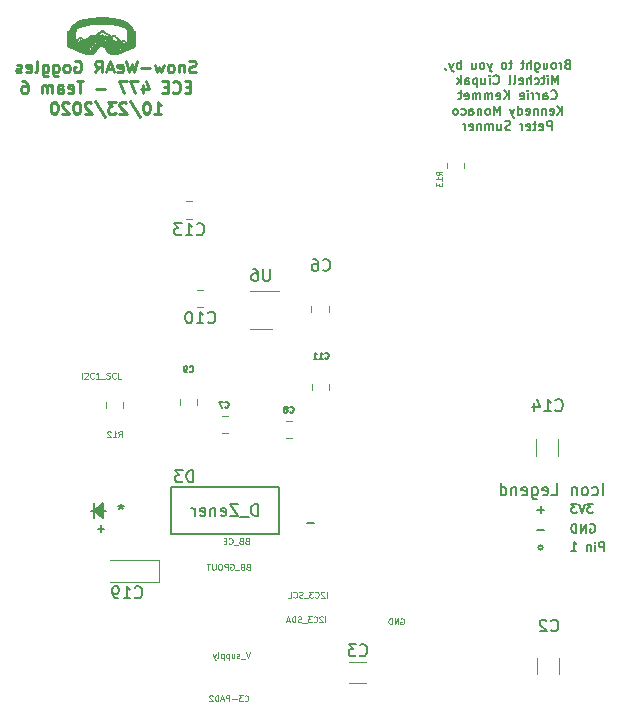
<source format=gbr>
%TF.GenerationSoftware,KiCad,Pcbnew,(5.1.7)-1*%
%TF.CreationDate,2020-10-23T17:34:00-04:00*%
%TF.ProjectId,final_schematic,66696e61-6c5f-4736-9368-656d61746963,3*%
%TF.SameCoordinates,Original*%
%TF.FileFunction,Legend,Bot*%
%TF.FilePolarity,Positive*%
%FSLAX46Y46*%
G04 Gerber Fmt 4.6, Leading zero omitted, Abs format (unit mm)*
G04 Created by KiCad (PCBNEW (5.1.7)-1) date 2020-10-23 17:34:00*
%MOMM*%
%LPD*%
G01*
G04 APERTURE LIST*
%ADD10C,0.150000*%
%ADD11C,0.125000*%
%ADD12C,0.250000*%
%ADD13C,0.010000*%
%ADD14C,0.120000*%
%ADD15C,0.152400*%
%ADD16C,0.127000*%
G04 APERTURE END LIST*
D10*
X147760508Y-51197411D02*
X147651651Y-51233697D01*
X147615365Y-51269982D01*
X147579080Y-51342554D01*
X147579080Y-51451411D01*
X147615365Y-51523982D01*
X147651651Y-51560268D01*
X147724222Y-51596554D01*
X148014508Y-51596554D01*
X148014508Y-50834554D01*
X147760508Y-50834554D01*
X147687937Y-50870840D01*
X147651651Y-50907125D01*
X147615365Y-50979697D01*
X147615365Y-51052268D01*
X147651651Y-51124840D01*
X147687937Y-51161125D01*
X147760508Y-51197411D01*
X148014508Y-51197411D01*
X147252508Y-51596554D02*
X147252508Y-51088554D01*
X147252508Y-51233697D02*
X147216222Y-51161125D01*
X147179937Y-51124840D01*
X147107365Y-51088554D01*
X147034794Y-51088554D01*
X146671937Y-51596554D02*
X146744508Y-51560268D01*
X146780794Y-51523982D01*
X146817080Y-51451411D01*
X146817080Y-51233697D01*
X146780794Y-51161125D01*
X146744508Y-51124840D01*
X146671937Y-51088554D01*
X146563080Y-51088554D01*
X146490508Y-51124840D01*
X146454222Y-51161125D01*
X146417937Y-51233697D01*
X146417937Y-51451411D01*
X146454222Y-51523982D01*
X146490508Y-51560268D01*
X146563080Y-51596554D01*
X146671937Y-51596554D01*
X145764794Y-51088554D02*
X145764794Y-51596554D01*
X146091365Y-51088554D02*
X146091365Y-51487697D01*
X146055080Y-51560268D01*
X145982508Y-51596554D01*
X145873651Y-51596554D01*
X145801080Y-51560268D01*
X145764794Y-51523982D01*
X145075365Y-51088554D02*
X145075365Y-51705411D01*
X145111651Y-51777982D01*
X145147937Y-51814268D01*
X145220508Y-51850554D01*
X145329365Y-51850554D01*
X145401937Y-51814268D01*
X145075365Y-51560268D02*
X145147937Y-51596554D01*
X145293080Y-51596554D01*
X145365651Y-51560268D01*
X145401937Y-51523982D01*
X145438222Y-51451411D01*
X145438222Y-51233697D01*
X145401937Y-51161125D01*
X145365651Y-51124840D01*
X145293080Y-51088554D01*
X145147937Y-51088554D01*
X145075365Y-51124840D01*
X144712508Y-51596554D02*
X144712508Y-50834554D01*
X144385937Y-51596554D02*
X144385937Y-51197411D01*
X144422222Y-51124840D01*
X144494794Y-51088554D01*
X144603651Y-51088554D01*
X144676222Y-51124840D01*
X144712508Y-51161125D01*
X144131937Y-51088554D02*
X143841651Y-51088554D01*
X144023080Y-50834554D02*
X144023080Y-51487697D01*
X143986794Y-51560268D01*
X143914222Y-51596554D01*
X143841651Y-51596554D01*
X143115937Y-51088554D02*
X142825651Y-51088554D01*
X143007080Y-50834554D02*
X143007080Y-51487697D01*
X142970794Y-51560268D01*
X142898222Y-51596554D01*
X142825651Y-51596554D01*
X142462794Y-51596554D02*
X142535365Y-51560268D01*
X142571651Y-51523982D01*
X142607937Y-51451411D01*
X142607937Y-51233697D01*
X142571651Y-51161125D01*
X142535365Y-51124840D01*
X142462794Y-51088554D01*
X142353937Y-51088554D01*
X142281365Y-51124840D01*
X142245080Y-51161125D01*
X142208794Y-51233697D01*
X142208794Y-51451411D01*
X142245080Y-51523982D01*
X142281365Y-51560268D01*
X142353937Y-51596554D01*
X142462794Y-51596554D01*
X141374222Y-51088554D02*
X141192794Y-51596554D01*
X141011365Y-51088554D02*
X141192794Y-51596554D01*
X141265365Y-51777982D01*
X141301651Y-51814268D01*
X141374222Y-51850554D01*
X140612222Y-51596554D02*
X140684794Y-51560268D01*
X140721080Y-51523982D01*
X140757365Y-51451411D01*
X140757365Y-51233697D01*
X140721080Y-51161125D01*
X140684794Y-51124840D01*
X140612222Y-51088554D01*
X140503365Y-51088554D01*
X140430794Y-51124840D01*
X140394508Y-51161125D01*
X140358222Y-51233697D01*
X140358222Y-51451411D01*
X140394508Y-51523982D01*
X140430794Y-51560268D01*
X140503365Y-51596554D01*
X140612222Y-51596554D01*
X139705080Y-51088554D02*
X139705080Y-51596554D01*
X140031651Y-51088554D02*
X140031651Y-51487697D01*
X139995365Y-51560268D01*
X139922794Y-51596554D01*
X139813937Y-51596554D01*
X139741365Y-51560268D01*
X139705080Y-51523982D01*
X138761651Y-51596554D02*
X138761651Y-50834554D01*
X138761651Y-51124840D02*
X138689080Y-51088554D01*
X138543937Y-51088554D01*
X138471365Y-51124840D01*
X138435080Y-51161125D01*
X138398794Y-51233697D01*
X138398794Y-51451411D01*
X138435080Y-51523982D01*
X138471365Y-51560268D01*
X138543937Y-51596554D01*
X138689080Y-51596554D01*
X138761651Y-51560268D01*
X138144794Y-51088554D02*
X137963365Y-51596554D01*
X137781937Y-51088554D02*
X137963365Y-51596554D01*
X138035937Y-51777982D01*
X138072222Y-51814268D01*
X138144794Y-51850554D01*
X137455365Y-51560268D02*
X137455365Y-51596554D01*
X137491651Y-51669125D01*
X137527937Y-51705411D01*
X146998508Y-52889554D02*
X146998508Y-52127554D01*
X146744508Y-52671840D01*
X146490508Y-52127554D01*
X146490508Y-52889554D01*
X146127651Y-52889554D02*
X146127651Y-52381554D01*
X146127651Y-52127554D02*
X146163937Y-52163840D01*
X146127651Y-52200125D01*
X146091365Y-52163840D01*
X146127651Y-52127554D01*
X146127651Y-52200125D01*
X145873651Y-52381554D02*
X145583365Y-52381554D01*
X145764794Y-52127554D02*
X145764794Y-52780697D01*
X145728508Y-52853268D01*
X145655937Y-52889554D01*
X145583365Y-52889554D01*
X145002794Y-52853268D02*
X145075365Y-52889554D01*
X145220508Y-52889554D01*
X145293080Y-52853268D01*
X145329365Y-52816982D01*
X145365651Y-52744411D01*
X145365651Y-52526697D01*
X145329365Y-52454125D01*
X145293080Y-52417840D01*
X145220508Y-52381554D01*
X145075365Y-52381554D01*
X145002794Y-52417840D01*
X144676222Y-52889554D02*
X144676222Y-52127554D01*
X144349651Y-52889554D02*
X144349651Y-52490411D01*
X144385937Y-52417840D01*
X144458508Y-52381554D01*
X144567365Y-52381554D01*
X144639937Y-52417840D01*
X144676222Y-52454125D01*
X143696508Y-52853268D02*
X143769080Y-52889554D01*
X143914222Y-52889554D01*
X143986794Y-52853268D01*
X144023080Y-52780697D01*
X144023080Y-52490411D01*
X143986794Y-52417840D01*
X143914222Y-52381554D01*
X143769080Y-52381554D01*
X143696508Y-52417840D01*
X143660222Y-52490411D01*
X143660222Y-52562982D01*
X144023080Y-52635554D01*
X143224794Y-52889554D02*
X143297365Y-52853268D01*
X143333651Y-52780697D01*
X143333651Y-52127554D01*
X142825651Y-52889554D02*
X142898222Y-52853268D01*
X142934508Y-52780697D01*
X142934508Y-52127554D01*
X141519365Y-52816982D02*
X141555651Y-52853268D01*
X141664508Y-52889554D01*
X141737080Y-52889554D01*
X141845937Y-52853268D01*
X141918508Y-52780697D01*
X141954794Y-52708125D01*
X141991080Y-52562982D01*
X141991080Y-52454125D01*
X141954794Y-52308982D01*
X141918508Y-52236411D01*
X141845937Y-52163840D01*
X141737080Y-52127554D01*
X141664508Y-52127554D01*
X141555651Y-52163840D01*
X141519365Y-52200125D01*
X141192794Y-52889554D02*
X141192794Y-52381554D01*
X141192794Y-52127554D02*
X141229080Y-52163840D01*
X141192794Y-52200125D01*
X141156508Y-52163840D01*
X141192794Y-52127554D01*
X141192794Y-52200125D01*
X140503365Y-52381554D02*
X140503365Y-52889554D01*
X140829937Y-52381554D02*
X140829937Y-52780697D01*
X140793651Y-52853268D01*
X140721080Y-52889554D01*
X140612222Y-52889554D01*
X140539651Y-52853268D01*
X140503365Y-52816982D01*
X140140508Y-52381554D02*
X140140508Y-53143554D01*
X140140508Y-52417840D02*
X140067937Y-52381554D01*
X139922794Y-52381554D01*
X139850222Y-52417840D01*
X139813937Y-52454125D01*
X139777651Y-52526697D01*
X139777651Y-52744411D01*
X139813937Y-52816982D01*
X139850222Y-52853268D01*
X139922794Y-52889554D01*
X140067937Y-52889554D01*
X140140508Y-52853268D01*
X139124508Y-52889554D02*
X139124508Y-52490411D01*
X139160794Y-52417840D01*
X139233365Y-52381554D01*
X139378508Y-52381554D01*
X139451080Y-52417840D01*
X139124508Y-52853268D02*
X139197080Y-52889554D01*
X139378508Y-52889554D01*
X139451080Y-52853268D01*
X139487365Y-52780697D01*
X139487365Y-52708125D01*
X139451080Y-52635554D01*
X139378508Y-52599268D01*
X139197080Y-52599268D01*
X139124508Y-52562982D01*
X138761651Y-52889554D02*
X138761651Y-52127554D01*
X138689080Y-52599268D02*
X138471365Y-52889554D01*
X138471365Y-52381554D02*
X138761651Y-52671840D01*
X146399794Y-54109982D02*
X146436080Y-54146268D01*
X146544937Y-54182554D01*
X146617508Y-54182554D01*
X146726365Y-54146268D01*
X146798937Y-54073697D01*
X146835222Y-54001125D01*
X146871508Y-53855982D01*
X146871508Y-53747125D01*
X146835222Y-53601982D01*
X146798937Y-53529411D01*
X146726365Y-53456840D01*
X146617508Y-53420554D01*
X146544937Y-53420554D01*
X146436080Y-53456840D01*
X146399794Y-53493125D01*
X145746651Y-54182554D02*
X145746651Y-53783411D01*
X145782937Y-53710840D01*
X145855508Y-53674554D01*
X146000651Y-53674554D01*
X146073222Y-53710840D01*
X145746651Y-54146268D02*
X145819222Y-54182554D01*
X146000651Y-54182554D01*
X146073222Y-54146268D01*
X146109508Y-54073697D01*
X146109508Y-54001125D01*
X146073222Y-53928554D01*
X146000651Y-53892268D01*
X145819222Y-53892268D01*
X145746651Y-53855982D01*
X145383794Y-54182554D02*
X145383794Y-53674554D01*
X145383794Y-53819697D02*
X145347508Y-53747125D01*
X145311222Y-53710840D01*
X145238651Y-53674554D01*
X145166080Y-53674554D01*
X144912080Y-54182554D02*
X144912080Y-53674554D01*
X144912080Y-53819697D02*
X144875794Y-53747125D01*
X144839508Y-53710840D01*
X144766937Y-53674554D01*
X144694365Y-53674554D01*
X144440365Y-54182554D02*
X144440365Y-53674554D01*
X144440365Y-53420554D02*
X144476651Y-53456840D01*
X144440365Y-53493125D01*
X144404080Y-53456840D01*
X144440365Y-53420554D01*
X144440365Y-53493125D01*
X143787222Y-54146268D02*
X143859794Y-54182554D01*
X144004937Y-54182554D01*
X144077508Y-54146268D01*
X144113794Y-54073697D01*
X144113794Y-53783411D01*
X144077508Y-53710840D01*
X144004937Y-53674554D01*
X143859794Y-53674554D01*
X143787222Y-53710840D01*
X143750937Y-53783411D01*
X143750937Y-53855982D01*
X144113794Y-53928554D01*
X142843794Y-54182554D02*
X142843794Y-53420554D01*
X142408365Y-54182554D02*
X142734937Y-53747125D01*
X142408365Y-53420554D02*
X142843794Y-53855982D01*
X141791508Y-54146268D02*
X141864080Y-54182554D01*
X142009222Y-54182554D01*
X142081794Y-54146268D01*
X142118080Y-54073697D01*
X142118080Y-53783411D01*
X142081794Y-53710840D01*
X142009222Y-53674554D01*
X141864080Y-53674554D01*
X141791508Y-53710840D01*
X141755222Y-53783411D01*
X141755222Y-53855982D01*
X142118080Y-53928554D01*
X141428651Y-54182554D02*
X141428651Y-53674554D01*
X141428651Y-53747125D02*
X141392365Y-53710840D01*
X141319794Y-53674554D01*
X141210937Y-53674554D01*
X141138365Y-53710840D01*
X141102080Y-53783411D01*
X141102080Y-54182554D01*
X141102080Y-53783411D02*
X141065794Y-53710840D01*
X140993222Y-53674554D01*
X140884365Y-53674554D01*
X140811794Y-53710840D01*
X140775508Y-53783411D01*
X140775508Y-54182554D01*
X140412651Y-54182554D02*
X140412651Y-53674554D01*
X140412651Y-53747125D02*
X140376365Y-53710840D01*
X140303794Y-53674554D01*
X140194937Y-53674554D01*
X140122365Y-53710840D01*
X140086080Y-53783411D01*
X140086080Y-54182554D01*
X140086080Y-53783411D02*
X140049794Y-53710840D01*
X139977222Y-53674554D01*
X139868365Y-53674554D01*
X139795794Y-53710840D01*
X139759508Y-53783411D01*
X139759508Y-54182554D01*
X139106365Y-54146268D02*
X139178937Y-54182554D01*
X139324080Y-54182554D01*
X139396651Y-54146268D01*
X139432937Y-54073697D01*
X139432937Y-53783411D01*
X139396651Y-53710840D01*
X139324080Y-53674554D01*
X139178937Y-53674554D01*
X139106365Y-53710840D01*
X139070080Y-53783411D01*
X139070080Y-53855982D01*
X139432937Y-53928554D01*
X138852365Y-53674554D02*
X138562080Y-53674554D01*
X138743508Y-53420554D02*
X138743508Y-54073697D01*
X138707222Y-54146268D01*
X138634651Y-54182554D01*
X138562080Y-54182554D01*
X147361365Y-55475554D02*
X147361365Y-54713554D01*
X146925937Y-55475554D02*
X147252508Y-55040125D01*
X146925937Y-54713554D02*
X147361365Y-55148982D01*
X146309080Y-55439268D02*
X146381651Y-55475554D01*
X146526794Y-55475554D01*
X146599365Y-55439268D01*
X146635651Y-55366697D01*
X146635651Y-55076411D01*
X146599365Y-55003840D01*
X146526794Y-54967554D01*
X146381651Y-54967554D01*
X146309080Y-55003840D01*
X146272794Y-55076411D01*
X146272794Y-55148982D01*
X146635651Y-55221554D01*
X145946222Y-54967554D02*
X145946222Y-55475554D01*
X145946222Y-55040125D02*
X145909937Y-55003840D01*
X145837365Y-54967554D01*
X145728508Y-54967554D01*
X145655937Y-55003840D01*
X145619651Y-55076411D01*
X145619651Y-55475554D01*
X145256794Y-54967554D02*
X145256794Y-55475554D01*
X145256794Y-55040125D02*
X145220508Y-55003840D01*
X145147937Y-54967554D01*
X145039080Y-54967554D01*
X144966508Y-55003840D01*
X144930222Y-55076411D01*
X144930222Y-55475554D01*
X144277080Y-55439268D02*
X144349651Y-55475554D01*
X144494794Y-55475554D01*
X144567365Y-55439268D01*
X144603651Y-55366697D01*
X144603651Y-55076411D01*
X144567365Y-55003840D01*
X144494794Y-54967554D01*
X144349651Y-54967554D01*
X144277080Y-55003840D01*
X144240794Y-55076411D01*
X144240794Y-55148982D01*
X144603651Y-55221554D01*
X143587651Y-55475554D02*
X143587651Y-54713554D01*
X143587651Y-55439268D02*
X143660222Y-55475554D01*
X143805365Y-55475554D01*
X143877937Y-55439268D01*
X143914222Y-55402982D01*
X143950508Y-55330411D01*
X143950508Y-55112697D01*
X143914222Y-55040125D01*
X143877937Y-55003840D01*
X143805365Y-54967554D01*
X143660222Y-54967554D01*
X143587651Y-55003840D01*
X143297365Y-54967554D02*
X143115937Y-55475554D01*
X142934508Y-54967554D02*
X143115937Y-55475554D01*
X143188508Y-55656982D01*
X143224794Y-55693268D01*
X143297365Y-55729554D01*
X142063651Y-55475554D02*
X142063651Y-54713554D01*
X141809651Y-55257840D01*
X141555651Y-54713554D01*
X141555651Y-55475554D01*
X141083937Y-55475554D02*
X141156508Y-55439268D01*
X141192794Y-55402982D01*
X141229080Y-55330411D01*
X141229080Y-55112697D01*
X141192794Y-55040125D01*
X141156508Y-55003840D01*
X141083937Y-54967554D01*
X140975080Y-54967554D01*
X140902508Y-55003840D01*
X140866222Y-55040125D01*
X140829937Y-55112697D01*
X140829937Y-55330411D01*
X140866222Y-55402982D01*
X140902508Y-55439268D01*
X140975080Y-55475554D01*
X141083937Y-55475554D01*
X140503365Y-54967554D02*
X140503365Y-55475554D01*
X140503365Y-55040125D02*
X140467080Y-55003840D01*
X140394508Y-54967554D01*
X140285651Y-54967554D01*
X140213080Y-55003840D01*
X140176794Y-55076411D01*
X140176794Y-55475554D01*
X139487365Y-55475554D02*
X139487365Y-55076411D01*
X139523651Y-55003840D01*
X139596222Y-54967554D01*
X139741365Y-54967554D01*
X139813937Y-55003840D01*
X139487365Y-55439268D02*
X139559937Y-55475554D01*
X139741365Y-55475554D01*
X139813937Y-55439268D01*
X139850222Y-55366697D01*
X139850222Y-55294125D01*
X139813937Y-55221554D01*
X139741365Y-55185268D01*
X139559937Y-55185268D01*
X139487365Y-55148982D01*
X138797937Y-55439268D02*
X138870508Y-55475554D01*
X139015651Y-55475554D01*
X139088222Y-55439268D01*
X139124508Y-55402982D01*
X139160794Y-55330411D01*
X139160794Y-55112697D01*
X139124508Y-55040125D01*
X139088222Y-55003840D01*
X139015651Y-54967554D01*
X138870508Y-54967554D01*
X138797937Y-55003840D01*
X138362508Y-55475554D02*
X138435080Y-55439268D01*
X138471365Y-55402982D01*
X138507651Y-55330411D01*
X138507651Y-55112697D01*
X138471365Y-55040125D01*
X138435080Y-55003840D01*
X138362508Y-54967554D01*
X138253651Y-54967554D01*
X138181080Y-55003840D01*
X138144794Y-55040125D01*
X138108508Y-55112697D01*
X138108508Y-55330411D01*
X138144794Y-55402982D01*
X138181080Y-55439268D01*
X138253651Y-55475554D01*
X138362508Y-55475554D01*
X146472365Y-56768554D02*
X146472365Y-56006554D01*
X146182080Y-56006554D01*
X146109508Y-56042840D01*
X146073222Y-56079125D01*
X146036937Y-56151697D01*
X146036937Y-56260554D01*
X146073222Y-56333125D01*
X146109508Y-56369411D01*
X146182080Y-56405697D01*
X146472365Y-56405697D01*
X145420080Y-56732268D02*
X145492651Y-56768554D01*
X145637794Y-56768554D01*
X145710365Y-56732268D01*
X145746651Y-56659697D01*
X145746651Y-56369411D01*
X145710365Y-56296840D01*
X145637794Y-56260554D01*
X145492651Y-56260554D01*
X145420080Y-56296840D01*
X145383794Y-56369411D01*
X145383794Y-56441982D01*
X145746651Y-56514554D01*
X145166080Y-56260554D02*
X144875794Y-56260554D01*
X145057222Y-56006554D02*
X145057222Y-56659697D01*
X145020937Y-56732268D01*
X144948365Y-56768554D01*
X144875794Y-56768554D01*
X144331508Y-56732268D02*
X144404080Y-56768554D01*
X144549222Y-56768554D01*
X144621794Y-56732268D01*
X144658080Y-56659697D01*
X144658080Y-56369411D01*
X144621794Y-56296840D01*
X144549222Y-56260554D01*
X144404080Y-56260554D01*
X144331508Y-56296840D01*
X144295222Y-56369411D01*
X144295222Y-56441982D01*
X144658080Y-56514554D01*
X143968651Y-56768554D02*
X143968651Y-56260554D01*
X143968651Y-56405697D02*
X143932365Y-56333125D01*
X143896080Y-56296840D01*
X143823508Y-56260554D01*
X143750937Y-56260554D01*
X142952651Y-56732268D02*
X142843794Y-56768554D01*
X142662365Y-56768554D01*
X142589794Y-56732268D01*
X142553508Y-56695982D01*
X142517222Y-56623411D01*
X142517222Y-56550840D01*
X142553508Y-56478268D01*
X142589794Y-56441982D01*
X142662365Y-56405697D01*
X142807508Y-56369411D01*
X142880080Y-56333125D01*
X142916365Y-56296840D01*
X142952651Y-56224268D01*
X142952651Y-56151697D01*
X142916365Y-56079125D01*
X142880080Y-56042840D01*
X142807508Y-56006554D01*
X142626080Y-56006554D01*
X142517222Y-56042840D01*
X141864080Y-56260554D02*
X141864080Y-56768554D01*
X142190651Y-56260554D02*
X142190651Y-56659697D01*
X142154365Y-56732268D01*
X142081794Y-56768554D01*
X141972937Y-56768554D01*
X141900365Y-56732268D01*
X141864080Y-56695982D01*
X141501222Y-56768554D02*
X141501222Y-56260554D01*
X141501222Y-56333125D02*
X141464937Y-56296840D01*
X141392365Y-56260554D01*
X141283508Y-56260554D01*
X141210937Y-56296840D01*
X141174651Y-56369411D01*
X141174651Y-56768554D01*
X141174651Y-56369411D02*
X141138365Y-56296840D01*
X141065794Y-56260554D01*
X140956937Y-56260554D01*
X140884365Y-56296840D01*
X140848080Y-56369411D01*
X140848080Y-56768554D01*
X140485222Y-56260554D02*
X140485222Y-56768554D01*
X140485222Y-56333125D02*
X140448937Y-56296840D01*
X140376365Y-56260554D01*
X140267508Y-56260554D01*
X140194937Y-56296840D01*
X140158651Y-56369411D01*
X140158651Y-56768554D01*
X139505508Y-56732268D02*
X139578080Y-56768554D01*
X139723222Y-56768554D01*
X139795794Y-56732268D01*
X139832080Y-56659697D01*
X139832080Y-56369411D01*
X139795794Y-56296840D01*
X139723222Y-56260554D01*
X139578080Y-56260554D01*
X139505508Y-56296840D01*
X139469222Y-56369411D01*
X139469222Y-56441982D01*
X139832080Y-56514554D01*
X139142651Y-56768554D02*
X139142651Y-56260554D01*
X139142651Y-56405697D02*
X139106365Y-56333125D01*
X139070080Y-56296840D01*
X138997508Y-56260554D01*
X138924937Y-56260554D01*
D11*
X120471238Y-105080571D02*
X120495047Y-105104380D01*
X120566476Y-105128190D01*
X120614095Y-105128190D01*
X120685523Y-105104380D01*
X120733142Y-105056761D01*
X120756952Y-105009142D01*
X120780761Y-104913904D01*
X120780761Y-104842476D01*
X120756952Y-104747238D01*
X120733142Y-104699619D01*
X120685523Y-104652000D01*
X120614095Y-104628190D01*
X120566476Y-104628190D01*
X120495047Y-104652000D01*
X120471238Y-104675809D01*
X120304571Y-104628190D02*
X119995047Y-104628190D01*
X120161714Y-104818666D01*
X120090285Y-104818666D01*
X120042666Y-104842476D01*
X120018857Y-104866285D01*
X119995047Y-104913904D01*
X119995047Y-105032952D01*
X120018857Y-105080571D01*
X120042666Y-105104380D01*
X120090285Y-105128190D01*
X120233142Y-105128190D01*
X120280761Y-105104380D01*
X120304571Y-105080571D01*
X119780761Y-104937714D02*
X119399809Y-104937714D01*
X119161714Y-105128190D02*
X119161714Y-104628190D01*
X118971238Y-104628190D01*
X118923619Y-104652000D01*
X118899809Y-104675809D01*
X118876000Y-104723428D01*
X118876000Y-104794857D01*
X118899809Y-104842476D01*
X118923619Y-104866285D01*
X118971238Y-104890095D01*
X119161714Y-104890095D01*
X118685523Y-104985333D02*
X118447428Y-104985333D01*
X118733142Y-105128190D02*
X118566476Y-104628190D01*
X118399809Y-105128190D01*
X118233142Y-105128190D02*
X118233142Y-104628190D01*
X118114095Y-104628190D01*
X118042666Y-104652000D01*
X117995047Y-104699619D01*
X117971238Y-104747238D01*
X117947428Y-104842476D01*
X117947428Y-104913904D01*
X117971238Y-105009142D01*
X117995047Y-105056761D01*
X118042666Y-105104380D01*
X118114095Y-105128190D01*
X118233142Y-105128190D01*
X117756952Y-104675809D02*
X117733142Y-104652000D01*
X117685523Y-104628190D01*
X117566476Y-104628190D01*
X117518857Y-104652000D01*
X117495047Y-104675809D01*
X117471238Y-104723428D01*
X117471238Y-104771047D01*
X117495047Y-104842476D01*
X117780761Y-105128190D01*
X117471238Y-105128190D01*
X133680152Y-98149600D02*
X133727771Y-98125790D01*
X133799200Y-98125790D01*
X133870628Y-98149600D01*
X133918247Y-98197219D01*
X133942057Y-98244838D01*
X133965866Y-98340076D01*
X133965866Y-98411504D01*
X133942057Y-98506742D01*
X133918247Y-98554361D01*
X133870628Y-98601980D01*
X133799200Y-98625790D01*
X133751580Y-98625790D01*
X133680152Y-98601980D01*
X133656342Y-98578171D01*
X133656342Y-98411504D01*
X133751580Y-98411504D01*
X133442057Y-98625790D02*
X133442057Y-98125790D01*
X133156342Y-98625790D01*
X133156342Y-98125790D01*
X132918247Y-98625790D02*
X132918247Y-98125790D01*
X132799200Y-98125790D01*
X132727771Y-98149600D01*
X132680152Y-98197219D01*
X132656342Y-98244838D01*
X132632533Y-98340076D01*
X132632533Y-98411504D01*
X132656342Y-98506742D01*
X132680152Y-98554361D01*
X132727771Y-98601980D01*
X132799200Y-98625790D01*
X132918247Y-98625790D01*
X106672742Y-77814109D02*
X106672742Y-77306109D01*
X106890457Y-77354490D02*
X106914647Y-77330300D01*
X106963028Y-77306109D01*
X107083980Y-77306109D01*
X107132361Y-77330300D01*
X107156552Y-77354490D01*
X107180742Y-77402871D01*
X107180742Y-77451252D01*
X107156552Y-77523823D01*
X106866266Y-77814109D01*
X107180742Y-77814109D01*
X107688742Y-77765728D02*
X107664552Y-77789919D01*
X107591980Y-77814109D01*
X107543600Y-77814109D01*
X107471028Y-77789919D01*
X107422647Y-77741538D01*
X107398457Y-77693157D01*
X107374266Y-77596395D01*
X107374266Y-77523823D01*
X107398457Y-77427061D01*
X107422647Y-77378680D01*
X107471028Y-77330300D01*
X107543600Y-77306109D01*
X107591980Y-77306109D01*
X107664552Y-77330300D01*
X107688742Y-77354490D01*
X108172552Y-77814109D02*
X107882266Y-77814109D01*
X108027409Y-77814109D02*
X108027409Y-77306109D01*
X107979028Y-77378680D01*
X107930647Y-77427061D01*
X107882266Y-77451252D01*
X108269314Y-77862490D02*
X108656361Y-77862490D01*
X108753123Y-77789919D02*
X108825695Y-77814109D01*
X108946647Y-77814109D01*
X108995028Y-77789919D01*
X109019219Y-77765728D01*
X109043409Y-77717347D01*
X109043409Y-77668966D01*
X109019219Y-77620585D01*
X108995028Y-77596395D01*
X108946647Y-77572204D01*
X108849885Y-77548014D01*
X108801504Y-77523823D01*
X108777314Y-77499633D01*
X108753123Y-77451252D01*
X108753123Y-77402871D01*
X108777314Y-77354490D01*
X108801504Y-77330300D01*
X108849885Y-77306109D01*
X108970838Y-77306109D01*
X109043409Y-77330300D01*
X109551409Y-77765728D02*
X109527219Y-77789919D01*
X109454647Y-77814109D01*
X109406266Y-77814109D01*
X109333695Y-77789919D01*
X109285314Y-77741538D01*
X109261123Y-77693157D01*
X109236933Y-77596395D01*
X109236933Y-77523823D01*
X109261123Y-77427061D01*
X109285314Y-77378680D01*
X109333695Y-77330300D01*
X109406266Y-77306109D01*
X109454647Y-77306109D01*
X109527219Y-77330300D01*
X109551409Y-77354490D01*
X110011028Y-77814109D02*
X109769123Y-77814109D01*
X109769123Y-77306109D01*
D10*
X150873862Y-92394925D02*
X150873862Y-91644925D01*
X150588148Y-91644925D01*
X150516720Y-91680640D01*
X150481005Y-91716354D01*
X150445291Y-91787782D01*
X150445291Y-91894925D01*
X150481005Y-91966354D01*
X150516720Y-92002068D01*
X150588148Y-92037782D01*
X150873862Y-92037782D01*
X150123862Y-92394925D02*
X150123862Y-91894925D01*
X150123862Y-91644925D02*
X150159577Y-91680640D01*
X150123862Y-91716354D01*
X150088148Y-91680640D01*
X150123862Y-91644925D01*
X150123862Y-91716354D01*
X149766720Y-91894925D02*
X149766720Y-92394925D01*
X149766720Y-91966354D02*
X149731005Y-91930640D01*
X149659577Y-91894925D01*
X149552434Y-91894925D01*
X149481005Y-91930640D01*
X149445291Y-92002068D01*
X149445291Y-92394925D01*
X148123862Y-92394925D02*
X148552434Y-92394925D01*
X148338148Y-92394925D02*
X148338148Y-91644925D01*
X148409577Y-91752068D01*
X148481005Y-91823497D01*
X148552434Y-91859211D01*
X149695291Y-90163908D02*
X149766720Y-90128193D01*
X149873863Y-90128193D01*
X149981005Y-90163908D01*
X150052434Y-90235336D01*
X150088148Y-90306765D01*
X150123863Y-90449622D01*
X150123863Y-90556765D01*
X150088148Y-90699622D01*
X150052434Y-90771050D01*
X149981005Y-90842479D01*
X149873863Y-90878193D01*
X149802434Y-90878193D01*
X149695291Y-90842479D01*
X149659577Y-90806765D01*
X149659577Y-90556765D01*
X149802434Y-90556765D01*
X149338148Y-90878193D02*
X149338148Y-90128193D01*
X148909577Y-90878193D01*
X148909577Y-90128193D01*
X148552434Y-90878193D02*
X148552434Y-90128193D01*
X148373863Y-90128193D01*
X148266720Y-90163908D01*
X148195291Y-90235336D01*
X148159577Y-90306765D01*
X148123863Y-90449622D01*
X148123863Y-90556765D01*
X148159577Y-90699622D01*
X148195291Y-90771050D01*
X148266720Y-90842479D01*
X148373863Y-90878193D01*
X148552434Y-90878193D01*
X149945291Y-88435325D02*
X149481005Y-88435325D01*
X149731005Y-88721040D01*
X149623862Y-88721040D01*
X149552434Y-88756754D01*
X149516720Y-88792468D01*
X149481005Y-88863897D01*
X149481005Y-89042468D01*
X149516720Y-89113897D01*
X149552434Y-89149611D01*
X149623862Y-89185325D01*
X149838148Y-89185325D01*
X149909577Y-89149611D01*
X149945291Y-89113897D01*
X149266720Y-88435325D02*
X149016720Y-89185325D01*
X148766720Y-88435325D01*
X148588148Y-88435325D02*
X148123862Y-88435325D01*
X148373862Y-88721040D01*
X148266720Y-88721040D01*
X148195291Y-88756754D01*
X148159577Y-88792468D01*
X148123862Y-88863897D01*
X148123862Y-89042468D01*
X148159577Y-89113897D01*
X148195291Y-89149611D01*
X148266720Y-89185325D01*
X148481005Y-89185325D01*
X148552434Y-89149611D01*
X148588148Y-89113897D01*
X145694681Y-92115640D02*
G75*
G03*
X145694681Y-92115640I-183162J0D01*
G01*
X150804973Y-87686140D02*
X150804973Y-86686140D01*
X149900211Y-87638521D02*
X149995449Y-87686140D01*
X150185925Y-87686140D01*
X150281163Y-87638521D01*
X150328782Y-87590902D01*
X150376401Y-87495664D01*
X150376401Y-87209950D01*
X150328782Y-87114712D01*
X150281163Y-87067093D01*
X150185925Y-87019474D01*
X149995449Y-87019474D01*
X149900211Y-87067093D01*
X149328782Y-87686140D02*
X149424020Y-87638521D01*
X149471640Y-87590902D01*
X149519259Y-87495664D01*
X149519259Y-87209950D01*
X149471640Y-87114712D01*
X149424020Y-87067093D01*
X149328782Y-87019474D01*
X149185925Y-87019474D01*
X149090687Y-87067093D01*
X149043068Y-87114712D01*
X148995449Y-87209950D01*
X148995449Y-87495664D01*
X149043068Y-87590902D01*
X149090687Y-87638521D01*
X149185925Y-87686140D01*
X149328782Y-87686140D01*
X148566878Y-87019474D02*
X148566878Y-87686140D01*
X148566878Y-87114712D02*
X148519259Y-87067093D01*
X148424020Y-87019474D01*
X148281163Y-87019474D01*
X148185925Y-87067093D01*
X148138306Y-87162331D01*
X148138306Y-87686140D01*
X146424020Y-87686140D02*
X146900211Y-87686140D01*
X146900211Y-86686140D01*
X145709735Y-87638521D02*
X145804973Y-87686140D01*
X145995449Y-87686140D01*
X146090687Y-87638521D01*
X146138306Y-87543283D01*
X146138306Y-87162331D01*
X146090687Y-87067093D01*
X145995449Y-87019474D01*
X145804973Y-87019474D01*
X145709735Y-87067093D01*
X145662116Y-87162331D01*
X145662116Y-87257569D01*
X146138306Y-87352807D01*
X144804973Y-87019474D02*
X144804973Y-87828998D01*
X144852592Y-87924236D01*
X144900211Y-87971855D01*
X144995449Y-88019474D01*
X145138306Y-88019474D01*
X145233544Y-87971855D01*
X144804973Y-87638521D02*
X144900211Y-87686140D01*
X145090687Y-87686140D01*
X145185925Y-87638521D01*
X145233544Y-87590902D01*
X145281163Y-87495664D01*
X145281163Y-87209950D01*
X145233544Y-87114712D01*
X145185925Y-87067093D01*
X145090687Y-87019474D01*
X144900211Y-87019474D01*
X144804973Y-87067093D01*
X143947830Y-87638521D02*
X144043068Y-87686140D01*
X144233544Y-87686140D01*
X144328782Y-87638521D01*
X144376401Y-87543283D01*
X144376401Y-87162331D01*
X144328782Y-87067093D01*
X144233544Y-87019474D01*
X144043068Y-87019474D01*
X143947830Y-87067093D01*
X143900211Y-87162331D01*
X143900211Y-87257569D01*
X144376401Y-87352807D01*
X143471640Y-87019474D02*
X143471640Y-87686140D01*
X143471640Y-87114712D02*
X143424020Y-87067093D01*
X143328782Y-87019474D01*
X143185925Y-87019474D01*
X143090687Y-87067093D01*
X143043068Y-87162331D01*
X143043068Y-87686140D01*
X142138306Y-87686140D02*
X142138306Y-86686140D01*
X142138306Y-87638521D02*
X142233544Y-87686140D01*
X142424020Y-87686140D01*
X142519259Y-87638521D01*
X142566878Y-87590902D01*
X142614497Y-87495664D01*
X142614497Y-87209950D01*
X142566878Y-87114712D01*
X142519259Y-87067093D01*
X142424020Y-87019474D01*
X142233544Y-87019474D01*
X142138306Y-87067093D01*
X145225805Y-88912468D02*
X145797234Y-88912468D01*
X145511520Y-88626754D02*
X145511520Y-89198182D01*
X145225805Y-90605336D02*
X145797234Y-90605336D01*
X125749085Y-90065628D02*
X126320514Y-90065628D01*
X108019885Y-90522828D02*
X108591314Y-90522828D01*
X108305600Y-90237114D02*
X108305600Y-90808542D01*
D11*
X120876023Y-100970590D02*
X120709357Y-101470590D01*
X120542690Y-100970590D01*
X120495071Y-101518209D02*
X120114119Y-101518209D01*
X120018880Y-101446780D02*
X119971261Y-101470590D01*
X119876023Y-101470590D01*
X119828404Y-101446780D01*
X119804595Y-101399161D01*
X119804595Y-101375352D01*
X119828404Y-101327733D01*
X119876023Y-101303923D01*
X119947452Y-101303923D01*
X119995071Y-101280114D01*
X120018880Y-101232495D01*
X120018880Y-101208685D01*
X119995071Y-101161066D01*
X119947452Y-101137257D01*
X119876023Y-101137257D01*
X119828404Y-101161066D01*
X119376023Y-101137257D02*
X119376023Y-101470590D01*
X119590309Y-101137257D02*
X119590309Y-101399161D01*
X119566500Y-101446780D01*
X119518880Y-101470590D01*
X119447452Y-101470590D01*
X119399833Y-101446780D01*
X119376023Y-101422971D01*
X119137928Y-101137257D02*
X119137928Y-101637257D01*
X119137928Y-101161066D02*
X119090309Y-101137257D01*
X118995071Y-101137257D01*
X118947452Y-101161066D01*
X118923642Y-101184876D01*
X118899833Y-101232495D01*
X118899833Y-101375352D01*
X118923642Y-101422971D01*
X118947452Y-101446780D01*
X118995071Y-101470590D01*
X119090309Y-101470590D01*
X119137928Y-101446780D01*
X118685547Y-101137257D02*
X118685547Y-101637257D01*
X118685547Y-101161066D02*
X118637928Y-101137257D01*
X118542690Y-101137257D01*
X118495071Y-101161066D01*
X118471261Y-101184876D01*
X118447452Y-101232495D01*
X118447452Y-101375352D01*
X118471261Y-101422971D01*
X118495071Y-101446780D01*
X118542690Y-101470590D01*
X118637928Y-101470590D01*
X118685547Y-101446780D01*
X118161738Y-101470590D02*
X118209357Y-101446780D01*
X118233166Y-101399161D01*
X118233166Y-100970590D01*
X118018880Y-101137257D02*
X117899833Y-101470590D01*
X117780785Y-101137257D02*
X117899833Y-101470590D01*
X117947452Y-101589638D01*
X117971261Y-101613447D01*
X118018880Y-101637257D01*
X127298247Y-98447990D02*
X127298247Y-97947990D01*
X127083961Y-97995609D02*
X127060152Y-97971800D01*
X127012533Y-97947990D01*
X126893485Y-97947990D01*
X126845866Y-97971800D01*
X126822057Y-97995609D01*
X126798247Y-98043228D01*
X126798247Y-98090847D01*
X126822057Y-98162276D01*
X127107771Y-98447990D01*
X126798247Y-98447990D01*
X126298247Y-98400371D02*
X126322057Y-98424180D01*
X126393485Y-98447990D01*
X126441104Y-98447990D01*
X126512533Y-98424180D01*
X126560152Y-98376561D01*
X126583961Y-98328942D01*
X126607771Y-98233704D01*
X126607771Y-98162276D01*
X126583961Y-98067038D01*
X126560152Y-98019419D01*
X126512533Y-97971800D01*
X126441104Y-97947990D01*
X126393485Y-97947990D01*
X126322057Y-97971800D01*
X126298247Y-97995609D01*
X126131580Y-97947990D02*
X125822057Y-97947990D01*
X125988723Y-98138466D01*
X125917295Y-98138466D01*
X125869676Y-98162276D01*
X125845866Y-98186085D01*
X125822057Y-98233704D01*
X125822057Y-98352752D01*
X125845866Y-98400371D01*
X125869676Y-98424180D01*
X125917295Y-98447990D01*
X126060152Y-98447990D01*
X126107771Y-98424180D01*
X126131580Y-98400371D01*
X125726819Y-98495609D02*
X125345866Y-98495609D01*
X125250628Y-98424180D02*
X125179200Y-98447990D01*
X125060152Y-98447990D01*
X125012533Y-98424180D01*
X124988723Y-98400371D01*
X124964914Y-98352752D01*
X124964914Y-98305133D01*
X124988723Y-98257514D01*
X125012533Y-98233704D01*
X125060152Y-98209895D01*
X125155390Y-98186085D01*
X125203009Y-98162276D01*
X125226819Y-98138466D01*
X125250628Y-98090847D01*
X125250628Y-98043228D01*
X125226819Y-97995609D01*
X125203009Y-97971800D01*
X125155390Y-97947990D01*
X125036342Y-97947990D01*
X124964914Y-97971800D01*
X124750628Y-98447990D02*
X124750628Y-97947990D01*
X124631580Y-97947990D01*
X124560152Y-97971800D01*
X124512533Y-98019419D01*
X124488723Y-98067038D01*
X124464914Y-98162276D01*
X124464914Y-98233704D01*
X124488723Y-98328942D01*
X124512533Y-98376561D01*
X124560152Y-98424180D01*
X124631580Y-98447990D01*
X124750628Y-98447990D01*
X124274438Y-98305133D02*
X124036342Y-98305133D01*
X124322057Y-98447990D02*
X124155390Y-97947990D01*
X123988723Y-98447990D01*
X127426042Y-96365190D02*
X127426042Y-95865190D01*
X127211757Y-95912809D02*
X127187947Y-95889000D01*
X127140328Y-95865190D01*
X127021280Y-95865190D01*
X126973661Y-95889000D01*
X126949852Y-95912809D01*
X126926042Y-95960428D01*
X126926042Y-96008047D01*
X126949852Y-96079476D01*
X127235566Y-96365190D01*
X126926042Y-96365190D01*
X126426042Y-96317571D02*
X126449852Y-96341380D01*
X126521280Y-96365190D01*
X126568900Y-96365190D01*
X126640328Y-96341380D01*
X126687947Y-96293761D01*
X126711757Y-96246142D01*
X126735566Y-96150904D01*
X126735566Y-96079476D01*
X126711757Y-95984238D01*
X126687947Y-95936619D01*
X126640328Y-95889000D01*
X126568900Y-95865190D01*
X126521280Y-95865190D01*
X126449852Y-95889000D01*
X126426042Y-95912809D01*
X126259376Y-95865190D02*
X125949852Y-95865190D01*
X126116519Y-96055666D01*
X126045090Y-96055666D01*
X125997471Y-96079476D01*
X125973661Y-96103285D01*
X125949852Y-96150904D01*
X125949852Y-96269952D01*
X125973661Y-96317571D01*
X125997471Y-96341380D01*
X126045090Y-96365190D01*
X126187947Y-96365190D01*
X126235566Y-96341380D01*
X126259376Y-96317571D01*
X125854614Y-96412809D02*
X125473661Y-96412809D01*
X125378423Y-96341380D02*
X125306995Y-96365190D01*
X125187947Y-96365190D01*
X125140328Y-96341380D01*
X125116519Y-96317571D01*
X125092709Y-96269952D01*
X125092709Y-96222333D01*
X125116519Y-96174714D01*
X125140328Y-96150904D01*
X125187947Y-96127095D01*
X125283185Y-96103285D01*
X125330804Y-96079476D01*
X125354614Y-96055666D01*
X125378423Y-96008047D01*
X125378423Y-95960428D01*
X125354614Y-95912809D01*
X125330804Y-95889000D01*
X125283185Y-95865190D01*
X125164138Y-95865190D01*
X125092709Y-95889000D01*
X124592709Y-96317571D02*
X124616519Y-96341380D01*
X124687947Y-96365190D01*
X124735566Y-96365190D01*
X124806995Y-96341380D01*
X124854614Y-96293761D01*
X124878423Y-96246142D01*
X124902233Y-96150904D01*
X124902233Y-96079476D01*
X124878423Y-95984238D01*
X124854614Y-95936619D01*
X124806995Y-95889000D01*
X124735566Y-95865190D01*
X124687947Y-95865190D01*
X124616519Y-95889000D01*
X124592709Y-95912809D01*
X124140328Y-96365190D02*
X124378423Y-96365190D01*
X124378423Y-95865190D01*
X120732347Y-93741085D02*
X120660919Y-93764895D01*
X120637109Y-93788704D01*
X120613300Y-93836323D01*
X120613300Y-93907752D01*
X120637109Y-93955371D01*
X120660919Y-93979180D01*
X120708538Y-94002990D01*
X120899014Y-94002990D01*
X120899014Y-93502990D01*
X120732347Y-93502990D01*
X120684728Y-93526800D01*
X120660919Y-93550609D01*
X120637109Y-93598228D01*
X120637109Y-93645847D01*
X120660919Y-93693466D01*
X120684728Y-93717276D01*
X120732347Y-93741085D01*
X120899014Y-93741085D01*
X120232347Y-93741085D02*
X120160919Y-93764895D01*
X120137109Y-93788704D01*
X120113300Y-93836323D01*
X120113300Y-93907752D01*
X120137109Y-93955371D01*
X120160919Y-93979180D01*
X120208538Y-94002990D01*
X120399014Y-94002990D01*
X120399014Y-93502990D01*
X120232347Y-93502990D01*
X120184728Y-93526800D01*
X120160919Y-93550609D01*
X120137109Y-93598228D01*
X120137109Y-93645847D01*
X120160919Y-93693466D01*
X120184728Y-93717276D01*
X120232347Y-93741085D01*
X120399014Y-93741085D01*
X120018061Y-94050609D02*
X119637109Y-94050609D01*
X119256157Y-93526800D02*
X119303776Y-93502990D01*
X119375204Y-93502990D01*
X119446633Y-93526800D01*
X119494252Y-93574419D01*
X119518061Y-93622038D01*
X119541871Y-93717276D01*
X119541871Y-93788704D01*
X119518061Y-93883942D01*
X119494252Y-93931561D01*
X119446633Y-93979180D01*
X119375204Y-94002990D01*
X119327585Y-94002990D01*
X119256157Y-93979180D01*
X119232347Y-93955371D01*
X119232347Y-93788704D01*
X119327585Y-93788704D01*
X119018061Y-94002990D02*
X119018061Y-93502990D01*
X118827585Y-93502990D01*
X118779966Y-93526800D01*
X118756157Y-93550609D01*
X118732347Y-93598228D01*
X118732347Y-93669657D01*
X118756157Y-93717276D01*
X118779966Y-93741085D01*
X118827585Y-93764895D01*
X119018061Y-93764895D01*
X118422823Y-93502990D02*
X118327585Y-93502990D01*
X118279966Y-93526800D01*
X118232347Y-93574419D01*
X118208538Y-93669657D01*
X118208538Y-93836323D01*
X118232347Y-93931561D01*
X118279966Y-93979180D01*
X118327585Y-94002990D01*
X118422823Y-94002990D01*
X118470442Y-93979180D01*
X118518061Y-93931561D01*
X118541871Y-93836323D01*
X118541871Y-93669657D01*
X118518061Y-93574419D01*
X118470442Y-93526800D01*
X118422823Y-93502990D01*
X117994252Y-93502990D02*
X117994252Y-93907752D01*
X117970442Y-93955371D01*
X117946633Y-93979180D01*
X117899014Y-94002990D01*
X117803776Y-94002990D01*
X117756157Y-93979180D01*
X117732347Y-93955371D01*
X117708538Y-93907752D01*
X117708538Y-93502990D01*
X117541871Y-93502990D02*
X117256157Y-93502990D01*
X117399014Y-94002990D02*
X117399014Y-93502990D01*
X120629252Y-91556685D02*
X120557823Y-91580495D01*
X120534014Y-91604304D01*
X120510204Y-91651923D01*
X120510204Y-91723352D01*
X120534014Y-91770971D01*
X120557823Y-91794780D01*
X120605442Y-91818590D01*
X120795919Y-91818590D01*
X120795919Y-91318590D01*
X120629252Y-91318590D01*
X120581633Y-91342400D01*
X120557823Y-91366209D01*
X120534014Y-91413828D01*
X120534014Y-91461447D01*
X120557823Y-91509066D01*
X120581633Y-91532876D01*
X120629252Y-91556685D01*
X120795919Y-91556685D01*
X120129252Y-91556685D02*
X120057823Y-91580495D01*
X120034014Y-91604304D01*
X120010204Y-91651923D01*
X120010204Y-91723352D01*
X120034014Y-91770971D01*
X120057823Y-91794780D01*
X120105442Y-91818590D01*
X120295919Y-91818590D01*
X120295919Y-91318590D01*
X120129252Y-91318590D01*
X120081633Y-91342400D01*
X120057823Y-91366209D01*
X120034014Y-91413828D01*
X120034014Y-91461447D01*
X120057823Y-91509066D01*
X120081633Y-91532876D01*
X120129252Y-91556685D01*
X120295919Y-91556685D01*
X119914966Y-91866209D02*
X119534014Y-91866209D01*
X119129252Y-91770971D02*
X119153061Y-91794780D01*
X119224490Y-91818590D01*
X119272109Y-91818590D01*
X119343538Y-91794780D01*
X119391157Y-91747161D01*
X119414966Y-91699542D01*
X119438776Y-91604304D01*
X119438776Y-91532876D01*
X119414966Y-91437638D01*
X119391157Y-91390019D01*
X119343538Y-91342400D01*
X119272109Y-91318590D01*
X119224490Y-91318590D01*
X119153061Y-91342400D01*
X119129252Y-91366209D01*
X118914966Y-91556685D02*
X118748300Y-91556685D01*
X118676871Y-91818590D02*
X118914966Y-91818590D01*
X118914966Y-91318590D01*
X118676871Y-91318590D01*
D12*
X116312318Y-51852961D02*
X116169460Y-51900580D01*
X115931365Y-51900580D01*
X115836127Y-51852961D01*
X115788508Y-51805342D01*
X115740889Y-51710104D01*
X115740889Y-51614866D01*
X115788508Y-51519628D01*
X115836127Y-51472009D01*
X115931365Y-51424390D01*
X116121841Y-51376771D01*
X116217080Y-51329152D01*
X116264699Y-51281533D01*
X116312318Y-51186295D01*
X116312318Y-51091057D01*
X116264699Y-50995819D01*
X116217080Y-50948200D01*
X116121841Y-50900580D01*
X115883746Y-50900580D01*
X115740889Y-50948200D01*
X115312318Y-51233914D02*
X115312318Y-51900580D01*
X115312318Y-51329152D02*
X115264699Y-51281533D01*
X115169460Y-51233914D01*
X115026603Y-51233914D01*
X114931365Y-51281533D01*
X114883746Y-51376771D01*
X114883746Y-51900580D01*
X114264699Y-51900580D02*
X114359937Y-51852961D01*
X114407556Y-51805342D01*
X114455175Y-51710104D01*
X114455175Y-51424390D01*
X114407556Y-51329152D01*
X114359937Y-51281533D01*
X114264699Y-51233914D01*
X114121841Y-51233914D01*
X114026603Y-51281533D01*
X113978984Y-51329152D01*
X113931365Y-51424390D01*
X113931365Y-51710104D01*
X113978984Y-51805342D01*
X114026603Y-51852961D01*
X114121841Y-51900580D01*
X114264699Y-51900580D01*
X113598032Y-51233914D02*
X113407556Y-51900580D01*
X113217080Y-51424390D01*
X113026603Y-51900580D01*
X112836127Y-51233914D01*
X112455175Y-51519628D02*
X111693270Y-51519628D01*
X111312318Y-50900580D02*
X111074222Y-51900580D01*
X110883746Y-51186295D01*
X110693270Y-51900580D01*
X110455175Y-50900580D01*
X109693270Y-51852961D02*
X109788508Y-51900580D01*
X109978984Y-51900580D01*
X110074222Y-51852961D01*
X110121841Y-51757723D01*
X110121841Y-51376771D01*
X110074222Y-51281533D01*
X109978984Y-51233914D01*
X109788508Y-51233914D01*
X109693270Y-51281533D01*
X109645651Y-51376771D01*
X109645651Y-51472009D01*
X110121841Y-51567247D01*
X109264699Y-51614866D02*
X108788508Y-51614866D01*
X109359937Y-51900580D02*
X109026603Y-50900580D01*
X108693270Y-51900580D01*
X107788508Y-51900580D02*
X108121841Y-51424390D01*
X108359937Y-51900580D02*
X108359937Y-50900580D01*
X107978984Y-50900580D01*
X107883746Y-50948200D01*
X107836127Y-50995819D01*
X107788508Y-51091057D01*
X107788508Y-51233914D01*
X107836127Y-51329152D01*
X107883746Y-51376771D01*
X107978984Y-51424390D01*
X108359937Y-51424390D01*
X106074222Y-50948200D02*
X106169460Y-50900580D01*
X106312318Y-50900580D01*
X106455175Y-50948200D01*
X106550413Y-51043438D01*
X106598032Y-51138676D01*
X106645651Y-51329152D01*
X106645651Y-51472009D01*
X106598032Y-51662485D01*
X106550413Y-51757723D01*
X106455175Y-51852961D01*
X106312318Y-51900580D01*
X106217080Y-51900580D01*
X106074222Y-51852961D01*
X106026603Y-51805342D01*
X106026603Y-51472009D01*
X106217080Y-51472009D01*
X105455175Y-51900580D02*
X105550413Y-51852961D01*
X105598032Y-51805342D01*
X105645651Y-51710104D01*
X105645651Y-51424390D01*
X105598032Y-51329152D01*
X105550413Y-51281533D01*
X105455175Y-51233914D01*
X105312318Y-51233914D01*
X105217080Y-51281533D01*
X105169460Y-51329152D01*
X105121841Y-51424390D01*
X105121841Y-51710104D01*
X105169460Y-51805342D01*
X105217080Y-51852961D01*
X105312318Y-51900580D01*
X105455175Y-51900580D01*
X104264699Y-51233914D02*
X104264699Y-52043438D01*
X104312318Y-52138676D01*
X104359937Y-52186295D01*
X104455175Y-52233914D01*
X104598032Y-52233914D01*
X104693270Y-52186295D01*
X104264699Y-51852961D02*
X104359937Y-51900580D01*
X104550413Y-51900580D01*
X104645651Y-51852961D01*
X104693270Y-51805342D01*
X104740889Y-51710104D01*
X104740889Y-51424390D01*
X104693270Y-51329152D01*
X104645651Y-51281533D01*
X104550413Y-51233914D01*
X104359937Y-51233914D01*
X104264699Y-51281533D01*
X103359937Y-51233914D02*
X103359937Y-52043438D01*
X103407556Y-52138676D01*
X103455175Y-52186295D01*
X103550413Y-52233914D01*
X103693270Y-52233914D01*
X103788508Y-52186295D01*
X103359937Y-51852961D02*
X103455175Y-51900580D01*
X103645651Y-51900580D01*
X103740889Y-51852961D01*
X103788508Y-51805342D01*
X103836127Y-51710104D01*
X103836127Y-51424390D01*
X103788508Y-51329152D01*
X103740889Y-51281533D01*
X103645651Y-51233914D01*
X103455175Y-51233914D01*
X103359937Y-51281533D01*
X102740889Y-51900580D02*
X102836127Y-51852961D01*
X102883746Y-51757723D01*
X102883746Y-50900580D01*
X101978984Y-51852961D02*
X102074222Y-51900580D01*
X102264699Y-51900580D01*
X102359937Y-51852961D01*
X102407556Y-51757723D01*
X102407556Y-51376771D01*
X102359937Y-51281533D01*
X102264699Y-51233914D01*
X102074222Y-51233914D01*
X101978984Y-51281533D01*
X101931365Y-51376771D01*
X101931365Y-51472009D01*
X102407556Y-51567247D01*
X101550413Y-51852961D02*
X101455175Y-51900580D01*
X101264699Y-51900580D01*
X101169460Y-51852961D01*
X101121841Y-51757723D01*
X101121841Y-51710104D01*
X101169460Y-51614866D01*
X101264699Y-51567247D01*
X101407556Y-51567247D01*
X101502794Y-51519628D01*
X101550413Y-51424390D01*
X101550413Y-51376771D01*
X101502794Y-51281533D01*
X101407556Y-51233914D01*
X101264699Y-51233914D01*
X101169460Y-51281533D01*
X115859937Y-53126771D02*
X115526603Y-53126771D01*
X115383746Y-53650580D02*
X115859937Y-53650580D01*
X115859937Y-52650580D01*
X115383746Y-52650580D01*
X114383746Y-53555342D02*
X114431365Y-53602961D01*
X114574222Y-53650580D01*
X114669460Y-53650580D01*
X114812318Y-53602961D01*
X114907556Y-53507723D01*
X114955175Y-53412485D01*
X115002794Y-53222009D01*
X115002794Y-53079152D01*
X114955175Y-52888676D01*
X114907556Y-52793438D01*
X114812318Y-52698200D01*
X114669460Y-52650580D01*
X114574222Y-52650580D01*
X114431365Y-52698200D01*
X114383746Y-52745819D01*
X113955175Y-53126771D02*
X113621841Y-53126771D01*
X113478984Y-53650580D02*
X113955175Y-53650580D01*
X113955175Y-52650580D01*
X113478984Y-52650580D01*
X111859937Y-52983914D02*
X111859937Y-53650580D01*
X112098032Y-52602961D02*
X112336127Y-53317247D01*
X111717080Y-53317247D01*
X111431365Y-52650580D02*
X110764699Y-52650580D01*
X111193270Y-53650580D01*
X110478984Y-52650580D02*
X109812318Y-52650580D01*
X110240889Y-53650580D01*
X108669460Y-53269628D02*
X107907556Y-53269628D01*
X106812318Y-52650580D02*
X106240889Y-52650580D01*
X106526603Y-53650580D02*
X106526603Y-52650580D01*
X105526603Y-53602961D02*
X105621841Y-53650580D01*
X105812318Y-53650580D01*
X105907556Y-53602961D01*
X105955175Y-53507723D01*
X105955175Y-53126771D01*
X105907556Y-53031533D01*
X105812318Y-52983914D01*
X105621841Y-52983914D01*
X105526603Y-53031533D01*
X105478984Y-53126771D01*
X105478984Y-53222009D01*
X105955175Y-53317247D01*
X104621841Y-53650580D02*
X104621841Y-53126771D01*
X104669460Y-53031533D01*
X104764699Y-52983914D01*
X104955175Y-52983914D01*
X105050413Y-53031533D01*
X104621841Y-53602961D02*
X104717080Y-53650580D01*
X104955175Y-53650580D01*
X105050413Y-53602961D01*
X105098032Y-53507723D01*
X105098032Y-53412485D01*
X105050413Y-53317247D01*
X104955175Y-53269628D01*
X104717080Y-53269628D01*
X104621841Y-53222009D01*
X104145651Y-53650580D02*
X104145651Y-52983914D01*
X104145651Y-53079152D02*
X104098032Y-53031533D01*
X104002794Y-52983914D01*
X103859937Y-52983914D01*
X103764699Y-53031533D01*
X103717080Y-53126771D01*
X103717080Y-53650580D01*
X103717080Y-53126771D02*
X103669460Y-53031533D01*
X103574222Y-52983914D01*
X103431365Y-52983914D01*
X103336127Y-53031533D01*
X103288508Y-53126771D01*
X103288508Y-53650580D01*
X101621841Y-52650580D02*
X101812318Y-52650580D01*
X101907556Y-52698200D01*
X101955175Y-52745819D01*
X102050413Y-52888676D01*
X102098032Y-53079152D01*
X102098032Y-53460104D01*
X102050413Y-53555342D01*
X102002794Y-53602961D01*
X101907556Y-53650580D01*
X101717080Y-53650580D01*
X101621841Y-53602961D01*
X101574222Y-53555342D01*
X101526603Y-53460104D01*
X101526603Y-53222009D01*
X101574222Y-53126771D01*
X101621841Y-53079152D01*
X101717080Y-53031533D01*
X101907556Y-53031533D01*
X102002794Y-53079152D01*
X102050413Y-53126771D01*
X102098032Y-53222009D01*
X112812318Y-55400580D02*
X113383746Y-55400580D01*
X113098032Y-55400580D02*
X113098032Y-54400580D01*
X113193270Y-54543438D01*
X113288508Y-54638676D01*
X113383746Y-54686295D01*
X112193270Y-54400580D02*
X112098032Y-54400580D01*
X112002794Y-54448200D01*
X111955175Y-54495819D01*
X111907556Y-54591057D01*
X111859937Y-54781533D01*
X111859937Y-55019628D01*
X111907556Y-55210104D01*
X111955175Y-55305342D01*
X112002794Y-55352961D01*
X112098032Y-55400580D01*
X112193270Y-55400580D01*
X112288508Y-55352961D01*
X112336127Y-55305342D01*
X112383746Y-55210104D01*
X112431365Y-55019628D01*
X112431365Y-54781533D01*
X112383746Y-54591057D01*
X112336127Y-54495819D01*
X112288508Y-54448200D01*
X112193270Y-54400580D01*
X110717080Y-54352961D02*
X111574222Y-55638676D01*
X110431365Y-54495819D02*
X110383746Y-54448200D01*
X110288508Y-54400580D01*
X110050413Y-54400580D01*
X109955175Y-54448200D01*
X109907556Y-54495819D01*
X109859937Y-54591057D01*
X109859937Y-54686295D01*
X109907556Y-54829152D01*
X110478984Y-55400580D01*
X109859937Y-55400580D01*
X109526603Y-54400580D02*
X108907556Y-54400580D01*
X109240889Y-54781533D01*
X109098032Y-54781533D01*
X109002794Y-54829152D01*
X108955175Y-54876771D01*
X108907556Y-54972009D01*
X108907556Y-55210104D01*
X108955175Y-55305342D01*
X109002794Y-55352961D01*
X109098032Y-55400580D01*
X109383746Y-55400580D01*
X109478984Y-55352961D01*
X109526603Y-55305342D01*
X107764699Y-54352961D02*
X108621841Y-55638676D01*
X107478984Y-54495819D02*
X107431365Y-54448200D01*
X107336127Y-54400580D01*
X107098032Y-54400580D01*
X107002794Y-54448200D01*
X106955175Y-54495819D01*
X106907556Y-54591057D01*
X106907556Y-54686295D01*
X106955175Y-54829152D01*
X107526603Y-55400580D01*
X106907556Y-55400580D01*
X106288508Y-54400580D02*
X106193270Y-54400580D01*
X106098032Y-54448200D01*
X106050413Y-54495819D01*
X106002794Y-54591057D01*
X105955175Y-54781533D01*
X105955175Y-55019628D01*
X106002794Y-55210104D01*
X106050413Y-55305342D01*
X106098032Y-55352961D01*
X106193270Y-55400580D01*
X106288508Y-55400580D01*
X106383746Y-55352961D01*
X106431365Y-55305342D01*
X106478984Y-55210104D01*
X106526603Y-55019628D01*
X106526603Y-54781533D01*
X106478984Y-54591057D01*
X106431365Y-54495819D01*
X106383746Y-54448200D01*
X106288508Y-54400580D01*
X105574222Y-54495819D02*
X105526603Y-54448200D01*
X105431365Y-54400580D01*
X105193270Y-54400580D01*
X105098032Y-54448200D01*
X105050413Y-54495819D01*
X105002794Y-54591057D01*
X105002794Y-54686295D01*
X105050413Y-54829152D01*
X105621841Y-55400580D01*
X105002794Y-55400580D01*
X104383746Y-54400580D02*
X104288508Y-54400580D01*
X104193270Y-54448200D01*
X104145651Y-54495819D01*
X104098032Y-54591057D01*
X104050413Y-54781533D01*
X104050413Y-55019628D01*
X104098032Y-55210104D01*
X104145651Y-55305342D01*
X104193270Y-55352961D01*
X104288508Y-55400580D01*
X104383746Y-55400580D01*
X104478984Y-55352961D01*
X104526603Y-55305342D01*
X104574222Y-55210104D01*
X104621841Y-55019628D01*
X104621841Y-54781533D01*
X104574222Y-54591057D01*
X104526603Y-54495819D01*
X104478984Y-54448200D01*
X104383746Y-54400580D01*
D13*
%TO.C,G\u002A\u002A\u002A*%
G36*
X108379126Y-47233829D02*
G01*
X108200812Y-47235690D01*
X108058577Y-47237954D01*
X107940719Y-47240399D01*
X107842585Y-47243302D01*
X107759522Y-47246940D01*
X107686879Y-47251589D01*
X107620002Y-47257525D01*
X107554241Y-47265025D01*
X107484943Y-47274364D01*
X107440549Y-47280844D01*
X107275612Y-47306559D01*
X107127510Y-47332431D01*
X106984129Y-47360760D01*
X106833353Y-47393844D01*
X106779778Y-47406228D01*
X106560521Y-47469046D01*
X106359317Y-47550383D01*
X106177405Y-47649237D01*
X106016025Y-47764610D01*
X105876417Y-47895501D01*
X105759820Y-48040910D01*
X105667475Y-48199838D01*
X105606491Y-48352459D01*
X105587548Y-48373635D01*
X105557942Y-48386295D01*
X105511837Y-48398730D01*
X105477492Y-48410260D01*
X105437577Y-48425356D01*
X105437577Y-49023118D01*
X105437578Y-49620880D01*
X105473079Y-49668999D01*
X105507009Y-49709528D01*
X105545786Y-49742952D01*
X105594264Y-49771725D01*
X105657296Y-49798299D01*
X105739738Y-49825127D01*
X105834057Y-49851386D01*
X105937016Y-49883574D01*
X106014804Y-49919161D01*
X106045245Y-49938574D01*
X106085222Y-49963425D01*
X106144619Y-49995673D01*
X106215979Y-50031739D01*
X106291848Y-50068046D01*
X106364770Y-50101014D01*
X106427290Y-50127066D01*
X106468092Y-50141521D01*
X106508670Y-50155384D01*
X106547920Y-50170914D01*
X106576617Y-50181946D01*
X106626908Y-50200017D01*
X106692832Y-50223033D01*
X106768427Y-50248900D01*
X106809177Y-50262648D01*
X107026892Y-50335732D01*
X107277169Y-50345990D01*
X107371580Y-50349488D01*
X107442223Y-50350966D01*
X107494306Y-50350183D01*
X107533035Y-50346901D01*
X107563617Y-50340879D01*
X107591257Y-50331878D01*
X107592303Y-50331481D01*
X107645217Y-50302430D01*
X107703609Y-50252892D01*
X107769034Y-50181204D01*
X107843044Y-50085707D01*
X107843074Y-50085664D01*
X106874492Y-50085664D01*
X106868756Y-50090237D01*
X106849141Y-50088880D01*
X106812038Y-50080841D01*
X106753834Y-50065363D01*
X106688136Y-50046678D01*
X106611430Y-50023009D01*
X106532114Y-49996052D01*
X106462249Y-49970004D01*
X106432518Y-49957715D01*
X106376346Y-49932020D01*
X106315427Y-49902261D01*
X106255040Y-49871268D01*
X106200462Y-49841876D01*
X106156972Y-49816915D01*
X106129847Y-49799218D01*
X106123635Y-49791967D01*
X106138288Y-49795111D01*
X106174235Y-49807608D01*
X106226052Y-49827460D01*
X106287635Y-49852385D01*
X106455764Y-49921339D01*
X106598268Y-49978297D01*
X106714895Y-50023160D01*
X106783777Y-50048297D01*
X106829667Y-50065247D01*
X106862291Y-50078700D01*
X106874492Y-50085664D01*
X107843074Y-50085664D01*
X107905855Y-49996382D01*
X107977704Y-49898318D01*
X108051627Y-49811029D01*
X108124047Y-49738029D01*
X108191389Y-49682832D01*
X108250078Y-49648952D01*
X108264693Y-49643699D01*
X108321347Y-49633028D01*
X108374295Y-49638445D01*
X108428382Y-49662055D01*
X108488450Y-49705960D01*
X108558328Y-49771246D01*
X108615394Y-49832888D01*
X108677823Y-49907390D01*
X108735845Y-49982838D01*
X108760975Y-50018405D01*
X108843270Y-50133125D01*
X108916656Y-50221497D01*
X108982034Y-50284495D01*
X109040303Y-50323091D01*
X109044377Y-50325013D01*
X109087187Y-50338405D01*
X109147537Y-50346690D01*
X109227925Y-50349931D01*
X109330848Y-50348189D01*
X109458805Y-50341529D01*
X109523349Y-50337081D01*
X109593909Y-50330326D01*
X109657234Y-50319898D01*
X109722678Y-50303616D01*
X109799591Y-50279298D01*
X109857177Y-50259214D01*
X109928634Y-50233577D01*
X109992155Y-50210484D01*
X110041744Y-50192138D01*
X110071404Y-50180741D01*
X110074892Y-50179283D01*
X110105308Y-50167263D01*
X110150331Y-50150803D01*
X110176492Y-50141642D01*
X110250086Y-50113855D01*
X110286843Y-50098234D01*
X109762835Y-50098234D01*
X109755577Y-50105491D01*
X109748320Y-50098234D01*
X109755577Y-50090977D01*
X109762835Y-50098234D01*
X110286843Y-50098234D01*
X110333099Y-50078577D01*
X110417966Y-50039412D01*
X110497127Y-49999963D01*
X110563017Y-49963835D01*
X110602924Y-49938441D01*
X110656491Y-49906638D01*
X110725188Y-49878745D01*
X110815695Y-49852083D01*
X110823377Y-49850103D01*
X110942900Y-49815406D01*
X111009591Y-49789229D01*
X110529651Y-49789229D01*
X110527816Y-49795868D01*
X110507865Y-49812381D01*
X110465762Y-49837019D01*
X110406451Y-49867499D01*
X110334878Y-49901540D01*
X110255989Y-49936859D01*
X110174730Y-49971174D01*
X110096046Y-50002204D01*
X110026985Y-50026963D01*
X109942957Y-50053988D01*
X109872834Y-50074303D01*
X109819697Y-50087197D01*
X109786626Y-50091957D01*
X109776701Y-50087873D01*
X109779327Y-50084161D01*
X109795049Y-50076633D01*
X109831954Y-50061813D01*
X109883867Y-50042122D01*
X109923260Y-50027670D01*
X109992119Y-50001862D01*
X110082231Y-49966771D01*
X110188177Y-49924569D01*
X110304539Y-49877430D01*
X110425897Y-49827527D01*
X110516330Y-49789847D01*
X110529651Y-49789229D01*
X111009591Y-49789229D01*
X111036664Y-49778603D01*
X111107932Y-49738177D01*
X111158145Y-49694629D01*
X111199749Y-49649079D01*
X111199749Y-49071061D01*
X110995281Y-49071061D01*
X110994676Y-49166349D01*
X110993314Y-49252890D01*
X110991182Y-49325286D01*
X110988267Y-49378144D01*
X110985591Y-49401548D01*
X110980268Y-49416972D01*
X110975146Y-49406998D01*
X110970374Y-49375255D01*
X110966101Y-49325375D01*
X110962474Y-49260987D01*
X110959642Y-49185721D01*
X110957754Y-49103208D01*
X110956957Y-49017077D01*
X110957400Y-48930960D01*
X110959232Y-48848486D01*
X110959685Y-48837038D01*
X110760016Y-48837038D01*
X110759431Y-48950001D01*
X110757981Y-49062855D01*
X110755716Y-49171210D01*
X110752684Y-49270672D01*
X110748935Y-49356848D01*
X110744518Y-49425345D01*
X110739484Y-49471772D01*
X110736285Y-49486903D01*
X110701884Y-49552044D01*
X110641127Y-49617856D01*
X110556535Y-49682099D01*
X110450635Y-49742534D01*
X110445006Y-49745326D01*
X110314905Y-49807156D01*
X110183297Y-49865445D01*
X110053488Y-49919053D01*
X109928780Y-49966838D01*
X109812476Y-50007657D01*
X109707880Y-50040370D01*
X109618296Y-50063835D01*
X109547027Y-50076910D01*
X109497376Y-50078454D01*
X109486924Y-50076423D01*
X109450448Y-50061590D01*
X109405810Y-50037852D01*
X109391504Y-50029100D01*
X109344138Y-49992874D01*
X109284067Y-49937573D01*
X109215687Y-49867582D01*
X109143393Y-49787284D01*
X109111539Y-49749891D01*
X109048984Y-49675236D01*
X109002217Y-49619574D01*
X108968438Y-49579599D01*
X108944848Y-49552008D01*
X108928646Y-49533497D01*
X108921006Y-49525047D01*
X108902278Y-49504140D01*
X108869884Y-49467481D01*
X108829229Y-49421200D01*
X108804892Y-49393389D01*
X108736886Y-49317930D01*
X108680293Y-49262191D01*
X108629349Y-49222489D01*
X108578292Y-49195143D01*
X108521358Y-49176469D01*
X108452784Y-49162787D01*
X108441051Y-49160924D01*
X108313215Y-49151418D01*
X108192701Y-49162505D01*
X108084185Y-49193110D01*
X107992340Y-49242160D01*
X107954722Y-49272711D01*
X107930423Y-49297620D01*
X107891257Y-49340257D01*
X107841105Y-49396192D01*
X107783849Y-49460990D01*
X107723373Y-49530221D01*
X107663557Y-49599452D01*
X107608284Y-49664251D01*
X107561435Y-49720185D01*
X107542149Y-49743734D01*
X107478045Y-49819237D01*
X107411191Y-49891681D01*
X107346538Y-49956145D01*
X107289042Y-50007709D01*
X107243655Y-50041453D01*
X107240453Y-50043378D01*
X107183457Y-50068896D01*
X107128811Y-50080255D01*
X107122772Y-50080421D01*
X107090125Y-50076476D01*
X107038738Y-50065930D01*
X106975712Y-50050718D01*
X106908143Y-50032775D01*
X106843131Y-50014035D01*
X106787775Y-49996434D01*
X106749172Y-49981905D01*
X106736606Y-49975168D01*
X106712253Y-49962494D01*
X106685806Y-49952884D01*
X106649524Y-49939962D01*
X106593003Y-49917587D01*
X106522403Y-49888378D01*
X106443883Y-49854957D01*
X106363602Y-49819947D01*
X106287720Y-49785967D01*
X106272539Y-49778920D01*
X106105235Y-49778920D01*
X106097977Y-49786177D01*
X106090720Y-49778920D01*
X106097977Y-49771663D01*
X106105235Y-49778920D01*
X106272539Y-49778920D01*
X106222814Y-49755839D01*
X106131686Y-49710138D01*
X106063024Y-49669355D01*
X106011730Y-49629305D01*
X105972705Y-49585806D01*
X105940850Y-49534674D01*
X105931914Y-49517191D01*
X105886805Y-49425561D01*
X105890332Y-49049715D01*
X105696952Y-49049715D01*
X105696633Y-49144073D01*
X105695631Y-49230903D01*
X105693930Y-49304983D01*
X105691514Y-49361093D01*
X105688365Y-49394015D01*
X105687949Y-49396105D01*
X105682369Y-49408109D01*
X105677244Y-49394566D01*
X105672708Y-49358956D01*
X105668892Y-49304759D01*
X105665932Y-49235456D01*
X105663958Y-49154526D01*
X105663103Y-49065449D01*
X105663502Y-48971705D01*
X105665286Y-48876775D01*
X105666546Y-48835491D01*
X105669959Y-48753072D01*
X105673851Y-48686935D01*
X105677942Y-48640297D01*
X105681952Y-48616372D01*
X105685471Y-48617777D01*
X105688896Y-48647688D01*
X105691739Y-48701391D01*
X105693983Y-48773665D01*
X105695611Y-48859290D01*
X105696606Y-48953047D01*
X105696952Y-49049715D01*
X105890332Y-49049715D01*
X105891686Y-48905555D01*
X105893625Y-48751099D01*
X105896323Y-48616792D01*
X105899713Y-48504411D01*
X105903730Y-48415731D01*
X105908308Y-48352525D01*
X105913382Y-48316576D01*
X105955575Y-48199779D01*
X106022214Y-48086807D01*
X106108787Y-47983512D01*
X106210783Y-47895743D01*
X106265584Y-47859847D01*
X106376916Y-47804326D01*
X106516244Y-47752526D01*
X106682753Y-47704644D01*
X106875624Y-47660878D01*
X107094040Y-47621426D01*
X107337184Y-47586486D01*
X107452337Y-47572529D01*
X107706668Y-47546658D01*
X107949382Y-47529289D01*
X108186056Y-47520528D01*
X108422265Y-47520478D01*
X108663586Y-47529243D01*
X108915594Y-47546925D01*
X109183864Y-47573630D01*
X109473973Y-47609461D01*
X109479806Y-47610240D01*
X109552914Y-47621793D01*
X109643744Y-47638819D01*
X109744994Y-47659685D01*
X109849361Y-47682759D01*
X109949543Y-47706407D01*
X110038235Y-47728998D01*
X110108136Y-47748897D01*
X110126569Y-47754843D01*
X110286827Y-47817781D01*
X110420758Y-47890289D01*
X110529992Y-47974122D01*
X110616160Y-48071036D01*
X110680893Y-48182788D01*
X110725821Y-48311133D01*
X110748234Y-48424363D01*
X110752716Y-48471971D01*
X110756085Y-48541435D01*
X110758393Y-48628363D01*
X110759686Y-48728362D01*
X110760016Y-48837038D01*
X110959685Y-48837038D01*
X110961082Y-48801771D01*
X110965733Y-48712829D01*
X110970018Y-48651204D01*
X110974148Y-48615190D01*
X110978331Y-48603082D01*
X110982779Y-48613175D01*
X110983732Y-48617777D01*
X110987400Y-48652246D01*
X110990387Y-48710340D01*
X110992682Y-48786665D01*
X110994271Y-48875823D01*
X110995142Y-48972421D01*
X110995281Y-49071061D01*
X111199749Y-49071061D01*
X111199749Y-48409378D01*
X111119920Y-48392805D01*
X111072533Y-48380875D01*
X111047983Y-48368067D01*
X111040191Y-48350974D01*
X111040092Y-48348037D01*
X111033223Y-48310368D01*
X111026788Y-48294637D01*
X111012662Y-48263913D01*
X110996226Y-48223133D01*
X110994926Y-48219674D01*
X110975870Y-48179730D01*
X110944371Y-48124956D01*
X110905613Y-48063582D01*
X110864779Y-48003845D01*
X110829808Y-47957377D01*
X110720608Y-47840038D01*
X110589384Y-47729468D01*
X110443068Y-47630433D01*
X110288597Y-47547702D01*
X110203839Y-47513257D01*
X109740812Y-47513257D01*
X109738198Y-47514687D01*
X109735939Y-47514395D01*
X109703169Y-47510147D01*
X109648829Y-47503482D01*
X109580187Y-47495277D01*
X109504515Y-47486411D01*
X109496454Y-47485476D01*
X109415604Y-47475761D01*
X109336315Y-47465610D01*
X109267670Y-47456223D01*
X109218748Y-47448799D01*
X109218549Y-47448765D01*
X109144365Y-47439178D01*
X109045504Y-47430775D01*
X108926299Y-47423661D01*
X108791082Y-47417942D01*
X108644184Y-47413723D01*
X108489939Y-47411111D01*
X108332676Y-47410210D01*
X108176730Y-47411125D01*
X108026432Y-47413963D01*
X107924111Y-47417257D01*
X107810531Y-47422036D01*
X107702578Y-47427311D01*
X107604737Y-47432805D01*
X107521493Y-47438245D01*
X107457329Y-47443353D01*
X107416732Y-47447856D01*
X107411520Y-47448717D01*
X107366258Y-47456080D01*
X107300648Y-47465483D01*
X107223194Y-47475758D01*
X107142399Y-47485742D01*
X107135749Y-47486528D01*
X107060313Y-47495695D01*
X106992604Y-47504444D01*
X106939235Y-47511887D01*
X106906817Y-47517130D01*
X106903520Y-47517816D01*
X106879723Y-47520875D01*
X106875639Y-47516796D01*
X106894956Y-47508272D01*
X106937991Y-47496155D01*
X106999799Y-47481463D01*
X107075439Y-47465215D01*
X107159966Y-47448429D01*
X107248437Y-47432125D01*
X107335911Y-47417322D01*
X107417443Y-47405038D01*
X107418777Y-47404852D01*
X107495253Y-47395375D01*
X107592949Y-47384955D01*
X107704104Y-47374323D01*
X107820958Y-47364211D01*
X107935750Y-47355349D01*
X107968458Y-47353055D01*
X108082816Y-47345529D01*
X108176836Y-47340297D01*
X108258053Y-47337358D01*
X108334000Y-47336707D01*
X108412210Y-47338342D01*
X108500219Y-47342259D01*
X108605559Y-47348455D01*
X108672401Y-47352754D01*
X108903502Y-47370112D01*
X109108505Y-47390406D01*
X109290226Y-47414009D01*
X109451481Y-47441295D01*
X109595087Y-47472640D01*
X109617692Y-47478333D01*
X109677028Y-47494003D01*
X109719245Y-47506003D01*
X109740812Y-47513257D01*
X110203839Y-47513257D01*
X110154720Y-47493296D01*
X110102158Y-47474843D01*
X110057300Y-47458388D01*
X110031349Y-47448113D01*
X110004578Y-47439228D01*
X109954601Y-47426098D01*
X109880197Y-47408435D01*
X109780148Y-47385955D01*
X109653232Y-47358371D01*
X109603177Y-47347657D01*
X109504637Y-47328593D01*
X109385220Y-47308613D01*
X109253001Y-47288875D01*
X109116059Y-47270539D01*
X108982469Y-47254762D01*
X108890241Y-47245390D01*
X108802986Y-47239565D01*
X108687937Y-47235686D01*
X108546260Y-47233768D01*
X108379126Y-47233829D01*
G37*
X108379126Y-47233829D02*
X108200812Y-47235690D01*
X108058577Y-47237954D01*
X107940719Y-47240399D01*
X107842585Y-47243302D01*
X107759522Y-47246940D01*
X107686879Y-47251589D01*
X107620002Y-47257525D01*
X107554241Y-47265025D01*
X107484943Y-47274364D01*
X107440549Y-47280844D01*
X107275612Y-47306559D01*
X107127510Y-47332431D01*
X106984129Y-47360760D01*
X106833353Y-47393844D01*
X106779778Y-47406228D01*
X106560521Y-47469046D01*
X106359317Y-47550383D01*
X106177405Y-47649237D01*
X106016025Y-47764610D01*
X105876417Y-47895501D01*
X105759820Y-48040910D01*
X105667475Y-48199838D01*
X105606491Y-48352459D01*
X105587548Y-48373635D01*
X105557942Y-48386295D01*
X105511837Y-48398730D01*
X105477492Y-48410260D01*
X105437577Y-48425356D01*
X105437577Y-49023118D01*
X105437578Y-49620880D01*
X105473079Y-49668999D01*
X105507009Y-49709528D01*
X105545786Y-49742952D01*
X105594264Y-49771725D01*
X105657296Y-49798299D01*
X105739738Y-49825127D01*
X105834057Y-49851386D01*
X105937016Y-49883574D01*
X106014804Y-49919161D01*
X106045245Y-49938574D01*
X106085222Y-49963425D01*
X106144619Y-49995673D01*
X106215979Y-50031739D01*
X106291848Y-50068046D01*
X106364770Y-50101014D01*
X106427290Y-50127066D01*
X106468092Y-50141521D01*
X106508670Y-50155384D01*
X106547920Y-50170914D01*
X106576617Y-50181946D01*
X106626908Y-50200017D01*
X106692832Y-50223033D01*
X106768427Y-50248900D01*
X106809177Y-50262648D01*
X107026892Y-50335732D01*
X107277169Y-50345990D01*
X107371580Y-50349488D01*
X107442223Y-50350966D01*
X107494306Y-50350183D01*
X107533035Y-50346901D01*
X107563617Y-50340879D01*
X107591257Y-50331878D01*
X107592303Y-50331481D01*
X107645217Y-50302430D01*
X107703609Y-50252892D01*
X107769034Y-50181204D01*
X107843044Y-50085707D01*
X107843074Y-50085664D01*
X106874492Y-50085664D01*
X106868756Y-50090237D01*
X106849141Y-50088880D01*
X106812038Y-50080841D01*
X106753834Y-50065363D01*
X106688136Y-50046678D01*
X106611430Y-50023009D01*
X106532114Y-49996052D01*
X106462249Y-49970004D01*
X106432518Y-49957715D01*
X106376346Y-49932020D01*
X106315427Y-49902261D01*
X106255040Y-49871268D01*
X106200462Y-49841876D01*
X106156972Y-49816915D01*
X106129847Y-49799218D01*
X106123635Y-49791967D01*
X106138288Y-49795111D01*
X106174235Y-49807608D01*
X106226052Y-49827460D01*
X106287635Y-49852385D01*
X106455764Y-49921339D01*
X106598268Y-49978297D01*
X106714895Y-50023160D01*
X106783777Y-50048297D01*
X106829667Y-50065247D01*
X106862291Y-50078700D01*
X106874492Y-50085664D01*
X107843074Y-50085664D01*
X107905855Y-49996382D01*
X107977704Y-49898318D01*
X108051627Y-49811029D01*
X108124047Y-49738029D01*
X108191389Y-49682832D01*
X108250078Y-49648952D01*
X108264693Y-49643699D01*
X108321347Y-49633028D01*
X108374295Y-49638445D01*
X108428382Y-49662055D01*
X108488450Y-49705960D01*
X108558328Y-49771246D01*
X108615394Y-49832888D01*
X108677823Y-49907390D01*
X108735845Y-49982838D01*
X108760975Y-50018405D01*
X108843270Y-50133125D01*
X108916656Y-50221497D01*
X108982034Y-50284495D01*
X109040303Y-50323091D01*
X109044377Y-50325013D01*
X109087187Y-50338405D01*
X109147537Y-50346690D01*
X109227925Y-50349931D01*
X109330848Y-50348189D01*
X109458805Y-50341529D01*
X109523349Y-50337081D01*
X109593909Y-50330326D01*
X109657234Y-50319898D01*
X109722678Y-50303616D01*
X109799591Y-50279298D01*
X109857177Y-50259214D01*
X109928634Y-50233577D01*
X109992155Y-50210484D01*
X110041744Y-50192138D01*
X110071404Y-50180741D01*
X110074892Y-50179283D01*
X110105308Y-50167263D01*
X110150331Y-50150803D01*
X110176492Y-50141642D01*
X110250086Y-50113855D01*
X110286843Y-50098234D01*
X109762835Y-50098234D01*
X109755577Y-50105491D01*
X109748320Y-50098234D01*
X109755577Y-50090977D01*
X109762835Y-50098234D01*
X110286843Y-50098234D01*
X110333099Y-50078577D01*
X110417966Y-50039412D01*
X110497127Y-49999963D01*
X110563017Y-49963835D01*
X110602924Y-49938441D01*
X110656491Y-49906638D01*
X110725188Y-49878745D01*
X110815695Y-49852083D01*
X110823377Y-49850103D01*
X110942900Y-49815406D01*
X111009591Y-49789229D01*
X110529651Y-49789229D01*
X110527816Y-49795868D01*
X110507865Y-49812381D01*
X110465762Y-49837019D01*
X110406451Y-49867499D01*
X110334878Y-49901540D01*
X110255989Y-49936859D01*
X110174730Y-49971174D01*
X110096046Y-50002204D01*
X110026985Y-50026963D01*
X109942957Y-50053988D01*
X109872834Y-50074303D01*
X109819697Y-50087197D01*
X109786626Y-50091957D01*
X109776701Y-50087873D01*
X109779327Y-50084161D01*
X109795049Y-50076633D01*
X109831954Y-50061813D01*
X109883867Y-50042122D01*
X109923260Y-50027670D01*
X109992119Y-50001862D01*
X110082231Y-49966771D01*
X110188177Y-49924569D01*
X110304539Y-49877430D01*
X110425897Y-49827527D01*
X110516330Y-49789847D01*
X110529651Y-49789229D01*
X111009591Y-49789229D01*
X111036664Y-49778603D01*
X111107932Y-49738177D01*
X111158145Y-49694629D01*
X111199749Y-49649079D01*
X111199749Y-49071061D01*
X110995281Y-49071061D01*
X110994676Y-49166349D01*
X110993314Y-49252890D01*
X110991182Y-49325286D01*
X110988267Y-49378144D01*
X110985591Y-49401548D01*
X110980268Y-49416972D01*
X110975146Y-49406998D01*
X110970374Y-49375255D01*
X110966101Y-49325375D01*
X110962474Y-49260987D01*
X110959642Y-49185721D01*
X110957754Y-49103208D01*
X110956957Y-49017077D01*
X110957400Y-48930960D01*
X110959232Y-48848486D01*
X110959685Y-48837038D01*
X110760016Y-48837038D01*
X110759431Y-48950001D01*
X110757981Y-49062855D01*
X110755716Y-49171210D01*
X110752684Y-49270672D01*
X110748935Y-49356848D01*
X110744518Y-49425345D01*
X110739484Y-49471772D01*
X110736285Y-49486903D01*
X110701884Y-49552044D01*
X110641127Y-49617856D01*
X110556535Y-49682099D01*
X110450635Y-49742534D01*
X110445006Y-49745326D01*
X110314905Y-49807156D01*
X110183297Y-49865445D01*
X110053488Y-49919053D01*
X109928780Y-49966838D01*
X109812476Y-50007657D01*
X109707880Y-50040370D01*
X109618296Y-50063835D01*
X109547027Y-50076910D01*
X109497376Y-50078454D01*
X109486924Y-50076423D01*
X109450448Y-50061590D01*
X109405810Y-50037852D01*
X109391504Y-50029100D01*
X109344138Y-49992874D01*
X109284067Y-49937573D01*
X109215687Y-49867582D01*
X109143393Y-49787284D01*
X109111539Y-49749891D01*
X109048984Y-49675236D01*
X109002217Y-49619574D01*
X108968438Y-49579599D01*
X108944848Y-49552008D01*
X108928646Y-49533497D01*
X108921006Y-49525047D01*
X108902278Y-49504140D01*
X108869884Y-49467481D01*
X108829229Y-49421200D01*
X108804892Y-49393389D01*
X108736886Y-49317930D01*
X108680293Y-49262191D01*
X108629349Y-49222489D01*
X108578292Y-49195143D01*
X108521358Y-49176469D01*
X108452784Y-49162787D01*
X108441051Y-49160924D01*
X108313215Y-49151418D01*
X108192701Y-49162505D01*
X108084185Y-49193110D01*
X107992340Y-49242160D01*
X107954722Y-49272711D01*
X107930423Y-49297620D01*
X107891257Y-49340257D01*
X107841105Y-49396192D01*
X107783849Y-49460990D01*
X107723373Y-49530221D01*
X107663557Y-49599452D01*
X107608284Y-49664251D01*
X107561435Y-49720185D01*
X107542149Y-49743734D01*
X107478045Y-49819237D01*
X107411191Y-49891681D01*
X107346538Y-49956145D01*
X107289042Y-50007709D01*
X107243655Y-50041453D01*
X107240453Y-50043378D01*
X107183457Y-50068896D01*
X107128811Y-50080255D01*
X107122772Y-50080421D01*
X107090125Y-50076476D01*
X107038738Y-50065930D01*
X106975712Y-50050718D01*
X106908143Y-50032775D01*
X106843131Y-50014035D01*
X106787775Y-49996434D01*
X106749172Y-49981905D01*
X106736606Y-49975168D01*
X106712253Y-49962494D01*
X106685806Y-49952884D01*
X106649524Y-49939962D01*
X106593003Y-49917587D01*
X106522403Y-49888378D01*
X106443883Y-49854957D01*
X106363602Y-49819947D01*
X106287720Y-49785967D01*
X106272539Y-49778920D01*
X106105235Y-49778920D01*
X106097977Y-49786177D01*
X106090720Y-49778920D01*
X106097977Y-49771663D01*
X106105235Y-49778920D01*
X106272539Y-49778920D01*
X106222814Y-49755839D01*
X106131686Y-49710138D01*
X106063024Y-49669355D01*
X106011730Y-49629305D01*
X105972705Y-49585806D01*
X105940850Y-49534674D01*
X105931914Y-49517191D01*
X105886805Y-49425561D01*
X105890332Y-49049715D01*
X105696952Y-49049715D01*
X105696633Y-49144073D01*
X105695631Y-49230903D01*
X105693930Y-49304983D01*
X105691514Y-49361093D01*
X105688365Y-49394015D01*
X105687949Y-49396105D01*
X105682369Y-49408109D01*
X105677244Y-49394566D01*
X105672708Y-49358956D01*
X105668892Y-49304759D01*
X105665932Y-49235456D01*
X105663958Y-49154526D01*
X105663103Y-49065449D01*
X105663502Y-48971705D01*
X105665286Y-48876775D01*
X105666546Y-48835491D01*
X105669959Y-48753072D01*
X105673851Y-48686935D01*
X105677942Y-48640297D01*
X105681952Y-48616372D01*
X105685471Y-48617777D01*
X105688896Y-48647688D01*
X105691739Y-48701391D01*
X105693983Y-48773665D01*
X105695611Y-48859290D01*
X105696606Y-48953047D01*
X105696952Y-49049715D01*
X105890332Y-49049715D01*
X105891686Y-48905555D01*
X105893625Y-48751099D01*
X105896323Y-48616792D01*
X105899713Y-48504411D01*
X105903730Y-48415731D01*
X105908308Y-48352525D01*
X105913382Y-48316576D01*
X105955575Y-48199779D01*
X106022214Y-48086807D01*
X106108787Y-47983512D01*
X106210783Y-47895743D01*
X106265584Y-47859847D01*
X106376916Y-47804326D01*
X106516244Y-47752526D01*
X106682753Y-47704644D01*
X106875624Y-47660878D01*
X107094040Y-47621426D01*
X107337184Y-47586486D01*
X107452337Y-47572529D01*
X107706668Y-47546658D01*
X107949382Y-47529289D01*
X108186056Y-47520528D01*
X108422265Y-47520478D01*
X108663586Y-47529243D01*
X108915594Y-47546925D01*
X109183864Y-47573630D01*
X109473973Y-47609461D01*
X109479806Y-47610240D01*
X109552914Y-47621793D01*
X109643744Y-47638819D01*
X109744994Y-47659685D01*
X109849361Y-47682759D01*
X109949543Y-47706407D01*
X110038235Y-47728998D01*
X110108136Y-47748897D01*
X110126569Y-47754843D01*
X110286827Y-47817781D01*
X110420758Y-47890289D01*
X110529992Y-47974122D01*
X110616160Y-48071036D01*
X110680893Y-48182788D01*
X110725821Y-48311133D01*
X110748234Y-48424363D01*
X110752716Y-48471971D01*
X110756085Y-48541435D01*
X110758393Y-48628363D01*
X110759686Y-48728362D01*
X110760016Y-48837038D01*
X110959685Y-48837038D01*
X110961082Y-48801771D01*
X110965733Y-48712829D01*
X110970018Y-48651204D01*
X110974148Y-48615190D01*
X110978331Y-48603082D01*
X110982779Y-48613175D01*
X110983732Y-48617777D01*
X110987400Y-48652246D01*
X110990387Y-48710340D01*
X110992682Y-48786665D01*
X110994271Y-48875823D01*
X110995142Y-48972421D01*
X110995281Y-49071061D01*
X111199749Y-49071061D01*
X111199749Y-48409378D01*
X111119920Y-48392805D01*
X111072533Y-48380875D01*
X111047983Y-48368067D01*
X111040191Y-48350974D01*
X111040092Y-48348037D01*
X111033223Y-48310368D01*
X111026788Y-48294637D01*
X111012662Y-48263913D01*
X110996226Y-48223133D01*
X110994926Y-48219674D01*
X110975870Y-48179730D01*
X110944371Y-48124956D01*
X110905613Y-48063582D01*
X110864779Y-48003845D01*
X110829808Y-47957377D01*
X110720608Y-47840038D01*
X110589384Y-47729468D01*
X110443068Y-47630433D01*
X110288597Y-47547702D01*
X110203839Y-47513257D01*
X109740812Y-47513257D01*
X109738198Y-47514687D01*
X109735939Y-47514395D01*
X109703169Y-47510147D01*
X109648829Y-47503482D01*
X109580187Y-47495277D01*
X109504515Y-47486411D01*
X109496454Y-47485476D01*
X109415604Y-47475761D01*
X109336315Y-47465610D01*
X109267670Y-47456223D01*
X109218748Y-47448799D01*
X109218549Y-47448765D01*
X109144365Y-47439178D01*
X109045504Y-47430775D01*
X108926299Y-47423661D01*
X108791082Y-47417942D01*
X108644184Y-47413723D01*
X108489939Y-47411111D01*
X108332676Y-47410210D01*
X108176730Y-47411125D01*
X108026432Y-47413963D01*
X107924111Y-47417257D01*
X107810531Y-47422036D01*
X107702578Y-47427311D01*
X107604737Y-47432805D01*
X107521493Y-47438245D01*
X107457329Y-47443353D01*
X107416732Y-47447856D01*
X107411520Y-47448717D01*
X107366258Y-47456080D01*
X107300648Y-47465483D01*
X107223194Y-47475758D01*
X107142399Y-47485742D01*
X107135749Y-47486528D01*
X107060313Y-47495695D01*
X106992604Y-47504444D01*
X106939235Y-47511887D01*
X106906817Y-47517130D01*
X106903520Y-47517816D01*
X106879723Y-47520875D01*
X106875639Y-47516796D01*
X106894956Y-47508272D01*
X106937991Y-47496155D01*
X106999799Y-47481463D01*
X107075439Y-47465215D01*
X107159966Y-47448429D01*
X107248437Y-47432125D01*
X107335911Y-47417322D01*
X107417443Y-47405038D01*
X107418777Y-47404852D01*
X107495253Y-47395375D01*
X107592949Y-47384955D01*
X107704104Y-47374323D01*
X107820958Y-47364211D01*
X107935750Y-47355349D01*
X107968458Y-47353055D01*
X108082816Y-47345529D01*
X108176836Y-47340297D01*
X108258053Y-47337358D01*
X108334000Y-47336707D01*
X108412210Y-47338342D01*
X108500219Y-47342259D01*
X108605559Y-47348455D01*
X108672401Y-47352754D01*
X108903502Y-47370112D01*
X109108505Y-47390406D01*
X109290226Y-47414009D01*
X109451481Y-47441295D01*
X109595087Y-47472640D01*
X109617692Y-47478333D01*
X109677028Y-47494003D01*
X109719245Y-47506003D01*
X109740812Y-47513257D01*
X110203839Y-47513257D01*
X110154720Y-47493296D01*
X110102158Y-47474843D01*
X110057300Y-47458388D01*
X110031349Y-47448113D01*
X110004578Y-47439228D01*
X109954601Y-47426098D01*
X109880197Y-47408435D01*
X109780148Y-47385955D01*
X109653232Y-47358371D01*
X109603177Y-47347657D01*
X109504637Y-47328593D01*
X109385220Y-47308613D01*
X109253001Y-47288875D01*
X109116059Y-47270539D01*
X108982469Y-47254762D01*
X108890241Y-47245390D01*
X108802986Y-47239565D01*
X108687937Y-47235686D01*
X108546260Y-47233768D01*
X108379126Y-47233829D01*
G36*
X108014962Y-47570651D02*
G01*
X107603469Y-47600876D01*
X107200511Y-47655012D01*
X106867235Y-47719952D01*
X106679642Y-47766817D01*
X106518815Y-47817685D01*
X106382620Y-47873840D01*
X106268921Y-47936562D01*
X106175585Y-48007137D01*
X106100475Y-48086844D01*
X106041459Y-48176969D01*
X106014789Y-48232127D01*
X105967349Y-48342005D01*
X105970477Y-48882259D01*
X105971362Y-49022403D01*
X105972342Y-49136571D01*
X105973584Y-49227817D01*
X105975254Y-49299196D01*
X105977517Y-49353759D01*
X105980541Y-49394560D01*
X105984490Y-49424654D01*
X105989532Y-49447092D01*
X105995832Y-49464929D01*
X106003000Y-49480133D01*
X106031582Y-49524807D01*
X106071430Y-49564928D01*
X106127615Y-49604524D01*
X106205203Y-49647624D01*
X106228606Y-49659452D01*
X106323605Y-49704024D01*
X106438444Y-49753557D01*
X106565088Y-49804924D01*
X106695497Y-49854998D01*
X106821635Y-49900651D01*
X106935464Y-49938754D01*
X106986300Y-49954305D01*
X107059990Y-49974079D01*
X107114184Y-49982330D01*
X107156448Y-49978038D01*
X107194346Y-49960184D01*
X107235444Y-49927751D01*
X107244606Y-49919522D01*
X107275352Y-49888914D01*
X107319966Y-49841042D01*
X107373879Y-49781063D01*
X107432523Y-49714132D01*
X107491327Y-49645407D01*
X107545723Y-49580045D01*
X107549406Y-49575535D01*
X107602740Y-49511431D01*
X107663394Y-49440643D01*
X107726553Y-49368584D01*
X107787401Y-49300668D01*
X107841125Y-49242306D01*
X107882908Y-49198913D01*
X107894248Y-49187858D01*
X107940693Y-49150405D01*
X107998146Y-49112754D01*
X108033381Y-49093515D01*
X108067165Y-49077665D01*
X108097190Y-49066622D01*
X108129738Y-49059521D01*
X108171090Y-49055497D01*
X108227526Y-49053683D01*
X108305327Y-49053214D01*
X108325920Y-49053205D01*
X108409407Y-49053509D01*
X108470114Y-49054983D01*
X108514290Y-49058472D01*
X108548181Y-49064821D01*
X108578036Y-49074876D01*
X108610101Y-49089482D01*
X108616206Y-49092471D01*
X108680689Y-49131788D01*
X108754225Y-49191152D01*
X108837994Y-49271734D01*
X108933180Y-49374707D01*
X109040966Y-49501243D01*
X109093270Y-49565408D01*
X109196574Y-49690535D01*
X109287844Y-49794682D01*
X109366213Y-49876935D01*
X109430815Y-49936385D01*
X109478319Y-49970720D01*
X109502492Y-49981824D01*
X109529262Y-49985961D01*
X109564588Y-49982456D01*
X109614430Y-49970632D01*
X109684746Y-49949813D01*
X109697520Y-49945844D01*
X109816963Y-49906732D01*
X109940620Y-49862892D01*
X110064396Y-49816060D01*
X110184197Y-49767968D01*
X110295925Y-49720350D01*
X110395487Y-49674941D01*
X110478786Y-49633474D01*
X110541726Y-49597684D01*
X110574229Y-49574675D01*
X110598676Y-49553653D01*
X110618812Y-49533646D01*
X110635082Y-49511719D01*
X110647930Y-49484933D01*
X110657802Y-49450351D01*
X110665143Y-49405037D01*
X110670398Y-49346052D01*
X110674012Y-49270460D01*
X110676429Y-49175324D01*
X110678096Y-49057705D01*
X110679457Y-48914666D01*
X110679771Y-48878124D01*
X110680003Y-48850958D01*
X110532011Y-48850958D01*
X110531604Y-48982499D01*
X110530160Y-49088578D01*
X110527255Y-49172751D01*
X110522461Y-49238579D01*
X110515355Y-49289619D01*
X110505510Y-49329431D01*
X110492501Y-49361574D01*
X110475904Y-49389605D01*
X110465983Y-49403382D01*
X110433705Y-49433552D01*
X110379259Y-49470561D01*
X110307837Y-49511556D01*
X110224635Y-49553682D01*
X110134844Y-49594085D01*
X110074892Y-49618270D01*
X110011900Y-49642801D01*
X109947789Y-49668338D01*
X109900720Y-49687583D01*
X109806845Y-49724689D01*
X109713793Y-49757652D01*
X109627476Y-49784665D01*
X109553805Y-49803923D01*
X109498691Y-49813622D01*
X109485430Y-49814419D01*
X109430630Y-49809245D01*
X109385949Y-49788365D01*
X109368270Y-49775291D01*
X109340091Y-49752513D01*
X109316534Y-49731840D01*
X109293183Y-49708540D01*
X109265620Y-49677885D01*
X109229428Y-49635143D01*
X109180191Y-49575584D01*
X109168363Y-49561205D01*
X109075672Y-49450819D01*
X108993635Y-49358561D01*
X108916704Y-49278475D01*
X108839330Y-49204604D01*
X108819406Y-49186533D01*
X108742589Y-49122187D01*
X108676370Y-49077966D01*
X108614634Y-49050259D01*
X108568199Y-49038257D01*
X108531108Y-49028530D01*
X108508227Y-49017401D01*
X108506332Y-49015274D01*
X108488978Y-49009598D01*
X108449673Y-49005610D01*
X108395444Y-49003278D01*
X108333317Y-49002570D01*
X108270318Y-49003454D01*
X108213475Y-49005899D01*
X108169815Y-49009872D01*
X108146362Y-49015341D01*
X108144492Y-49016920D01*
X108124247Y-49028743D01*
X108103721Y-49031753D01*
X108058753Y-49041020D01*
X108000735Y-49065310D01*
X107938367Y-49100418D01*
X107888060Y-49135921D01*
X107825347Y-49190017D01*
X107751092Y-49261358D01*
X107671104Y-49343914D01*
X107591194Y-49431659D01*
X107517171Y-49518564D01*
X107506111Y-49532177D01*
X107454039Y-49594483D01*
X107398369Y-49657421D01*
X107347128Y-49712074D01*
X107319923Y-49739005D01*
X107283693Y-49771567D01*
X107250486Y-49795564D01*
X107216553Y-49810731D01*
X107178141Y-49816803D01*
X107131500Y-49813515D01*
X107072879Y-49800602D01*
X106998527Y-49777799D01*
X106904693Y-49744840D01*
X106787627Y-49701462D01*
X106787406Y-49701379D01*
X106633525Y-49642283D01*
X106505369Y-49589708D01*
X106400676Y-49542473D01*
X106317186Y-49499395D01*
X106252635Y-49459291D01*
X106204762Y-49420981D01*
X106171305Y-49383280D01*
X106167118Y-49377196D01*
X106127006Y-49316582D01*
X106127006Y-48865580D01*
X106127414Y-48722094D01*
X106128694Y-48605291D01*
X106130932Y-48512839D01*
X106134214Y-48442401D01*
X106138626Y-48391644D01*
X106144253Y-48358234D01*
X106145883Y-48352241D01*
X106173999Y-48295370D01*
X106223057Y-48232558D01*
X106287383Y-48169450D01*
X106361302Y-48111691D01*
X106429935Y-48069688D01*
X106536208Y-48021727D01*
X106668849Y-47975835D01*
X106825233Y-47932613D01*
X107002737Y-47892661D01*
X107198737Y-47856580D01*
X107410608Y-47824969D01*
X107597777Y-47802435D01*
X107705309Y-47793262D01*
X107835794Y-47786077D01*
X107983604Y-47780881D01*
X108143109Y-47777674D01*
X108308678Y-47776456D01*
X108474684Y-47777227D01*
X108635496Y-47779987D01*
X108785484Y-47784736D01*
X108919020Y-47791474D01*
X109030473Y-47800202D01*
X109051635Y-47802407D01*
X109187192Y-47818816D01*
X109327152Y-47838419D01*
X109466182Y-47860276D01*
X109598950Y-47883443D01*
X109720122Y-47906977D01*
X109824367Y-47929938D01*
X109906352Y-47951381D01*
X109922492Y-47956314D01*
X109960382Y-47968322D01*
X110007554Y-47983237D01*
X110016835Y-47986167D01*
X110092849Y-48013503D01*
X110181261Y-48050608D01*
X110255418Y-48085258D01*
X110289385Y-48107124D01*
X110334766Y-48143151D01*
X110383007Y-48186432D01*
X110394084Y-48197157D01*
X110430676Y-48234516D01*
X110460172Y-48269472D01*
X110483333Y-48305633D01*
X110500920Y-48346604D01*
X110513693Y-48395991D01*
X110522414Y-48457401D01*
X110527843Y-48534440D01*
X110530741Y-48630715D01*
X110531868Y-48749830D01*
X110532011Y-48850958D01*
X110680003Y-48850958D01*
X110684492Y-48327491D01*
X110631664Y-48218634D01*
X110579109Y-48126039D01*
X110515460Y-48044395D01*
X110438341Y-47972407D01*
X110345378Y-47908785D01*
X110234194Y-47852236D01*
X110102412Y-47801467D01*
X109947658Y-47755187D01*
X109767554Y-47712103D01*
X109659313Y-47689789D01*
X109257165Y-47623905D01*
X108846159Y-47582118D01*
X108430642Y-47564383D01*
X108014962Y-47570651D01*
G37*
X108014962Y-47570651D02*
X107603469Y-47600876D01*
X107200511Y-47655012D01*
X106867235Y-47719952D01*
X106679642Y-47766817D01*
X106518815Y-47817685D01*
X106382620Y-47873840D01*
X106268921Y-47936562D01*
X106175585Y-48007137D01*
X106100475Y-48086844D01*
X106041459Y-48176969D01*
X106014789Y-48232127D01*
X105967349Y-48342005D01*
X105970477Y-48882259D01*
X105971362Y-49022403D01*
X105972342Y-49136571D01*
X105973584Y-49227817D01*
X105975254Y-49299196D01*
X105977517Y-49353759D01*
X105980541Y-49394560D01*
X105984490Y-49424654D01*
X105989532Y-49447092D01*
X105995832Y-49464929D01*
X106003000Y-49480133D01*
X106031582Y-49524807D01*
X106071430Y-49564928D01*
X106127615Y-49604524D01*
X106205203Y-49647624D01*
X106228606Y-49659452D01*
X106323605Y-49704024D01*
X106438444Y-49753557D01*
X106565088Y-49804924D01*
X106695497Y-49854998D01*
X106821635Y-49900651D01*
X106935464Y-49938754D01*
X106986300Y-49954305D01*
X107059990Y-49974079D01*
X107114184Y-49982330D01*
X107156448Y-49978038D01*
X107194346Y-49960184D01*
X107235444Y-49927751D01*
X107244606Y-49919522D01*
X107275352Y-49888914D01*
X107319966Y-49841042D01*
X107373879Y-49781063D01*
X107432523Y-49714132D01*
X107491327Y-49645407D01*
X107545723Y-49580045D01*
X107549406Y-49575535D01*
X107602740Y-49511431D01*
X107663394Y-49440643D01*
X107726553Y-49368584D01*
X107787401Y-49300668D01*
X107841125Y-49242306D01*
X107882908Y-49198913D01*
X107894248Y-49187858D01*
X107940693Y-49150405D01*
X107998146Y-49112754D01*
X108033381Y-49093515D01*
X108067165Y-49077665D01*
X108097190Y-49066622D01*
X108129738Y-49059521D01*
X108171090Y-49055497D01*
X108227526Y-49053683D01*
X108305327Y-49053214D01*
X108325920Y-49053205D01*
X108409407Y-49053509D01*
X108470114Y-49054983D01*
X108514290Y-49058472D01*
X108548181Y-49064821D01*
X108578036Y-49074876D01*
X108610101Y-49089482D01*
X108616206Y-49092471D01*
X108680689Y-49131788D01*
X108754225Y-49191152D01*
X108837994Y-49271734D01*
X108933180Y-49374707D01*
X109040966Y-49501243D01*
X109093270Y-49565408D01*
X109196574Y-49690535D01*
X109287844Y-49794682D01*
X109366213Y-49876935D01*
X109430815Y-49936385D01*
X109478319Y-49970720D01*
X109502492Y-49981824D01*
X109529262Y-49985961D01*
X109564588Y-49982456D01*
X109614430Y-49970632D01*
X109684746Y-49949813D01*
X109697520Y-49945844D01*
X109816963Y-49906732D01*
X109940620Y-49862892D01*
X110064396Y-49816060D01*
X110184197Y-49767968D01*
X110295925Y-49720350D01*
X110395487Y-49674941D01*
X110478786Y-49633474D01*
X110541726Y-49597684D01*
X110574229Y-49574675D01*
X110598676Y-49553653D01*
X110618812Y-49533646D01*
X110635082Y-49511719D01*
X110647930Y-49484933D01*
X110657802Y-49450351D01*
X110665143Y-49405037D01*
X110670398Y-49346052D01*
X110674012Y-49270460D01*
X110676429Y-49175324D01*
X110678096Y-49057705D01*
X110679457Y-48914666D01*
X110679771Y-48878124D01*
X110680003Y-48850958D01*
X110532011Y-48850958D01*
X110531604Y-48982499D01*
X110530160Y-49088578D01*
X110527255Y-49172751D01*
X110522461Y-49238579D01*
X110515355Y-49289619D01*
X110505510Y-49329431D01*
X110492501Y-49361574D01*
X110475904Y-49389605D01*
X110465983Y-49403382D01*
X110433705Y-49433552D01*
X110379259Y-49470561D01*
X110307837Y-49511556D01*
X110224635Y-49553682D01*
X110134844Y-49594085D01*
X110074892Y-49618270D01*
X110011900Y-49642801D01*
X109947789Y-49668338D01*
X109900720Y-49687583D01*
X109806845Y-49724689D01*
X109713793Y-49757652D01*
X109627476Y-49784665D01*
X109553805Y-49803923D01*
X109498691Y-49813622D01*
X109485430Y-49814419D01*
X109430630Y-49809245D01*
X109385949Y-49788365D01*
X109368270Y-49775291D01*
X109340091Y-49752513D01*
X109316534Y-49731840D01*
X109293183Y-49708540D01*
X109265620Y-49677885D01*
X109229428Y-49635143D01*
X109180191Y-49575584D01*
X109168363Y-49561205D01*
X109075672Y-49450819D01*
X108993635Y-49358561D01*
X108916704Y-49278475D01*
X108839330Y-49204604D01*
X108819406Y-49186533D01*
X108742589Y-49122187D01*
X108676370Y-49077966D01*
X108614634Y-49050259D01*
X108568199Y-49038257D01*
X108531108Y-49028530D01*
X108508227Y-49017401D01*
X108506332Y-49015274D01*
X108488978Y-49009598D01*
X108449673Y-49005610D01*
X108395444Y-49003278D01*
X108333317Y-49002570D01*
X108270318Y-49003454D01*
X108213475Y-49005899D01*
X108169815Y-49009872D01*
X108146362Y-49015341D01*
X108144492Y-49016920D01*
X108124247Y-49028743D01*
X108103721Y-49031753D01*
X108058753Y-49041020D01*
X108000735Y-49065310D01*
X107938367Y-49100418D01*
X107888060Y-49135921D01*
X107825347Y-49190017D01*
X107751092Y-49261358D01*
X107671104Y-49343914D01*
X107591194Y-49431659D01*
X107517171Y-49518564D01*
X107506111Y-49532177D01*
X107454039Y-49594483D01*
X107398369Y-49657421D01*
X107347128Y-49712074D01*
X107319923Y-49739005D01*
X107283693Y-49771567D01*
X107250486Y-49795564D01*
X107216553Y-49810731D01*
X107178141Y-49816803D01*
X107131500Y-49813515D01*
X107072879Y-49800602D01*
X106998527Y-49777799D01*
X106904693Y-49744840D01*
X106787627Y-49701462D01*
X106787406Y-49701379D01*
X106633525Y-49642283D01*
X106505369Y-49589708D01*
X106400676Y-49542473D01*
X106317186Y-49499395D01*
X106252635Y-49459291D01*
X106204762Y-49420981D01*
X106171305Y-49383280D01*
X106167118Y-49377196D01*
X106127006Y-49316582D01*
X106127006Y-48865580D01*
X106127414Y-48722094D01*
X106128694Y-48605291D01*
X106130932Y-48512839D01*
X106134214Y-48442401D01*
X106138626Y-48391644D01*
X106144253Y-48358234D01*
X106145883Y-48352241D01*
X106173999Y-48295370D01*
X106223057Y-48232558D01*
X106287383Y-48169450D01*
X106361302Y-48111691D01*
X106429935Y-48069688D01*
X106536208Y-48021727D01*
X106668849Y-47975835D01*
X106825233Y-47932613D01*
X107002737Y-47892661D01*
X107198737Y-47856580D01*
X107410608Y-47824969D01*
X107597777Y-47802435D01*
X107705309Y-47793262D01*
X107835794Y-47786077D01*
X107983604Y-47780881D01*
X108143109Y-47777674D01*
X108308678Y-47776456D01*
X108474684Y-47777227D01*
X108635496Y-47779987D01*
X108785484Y-47784736D01*
X108919020Y-47791474D01*
X109030473Y-47800202D01*
X109051635Y-47802407D01*
X109187192Y-47818816D01*
X109327152Y-47838419D01*
X109466182Y-47860276D01*
X109598950Y-47883443D01*
X109720122Y-47906977D01*
X109824367Y-47929938D01*
X109906352Y-47951381D01*
X109922492Y-47956314D01*
X109960382Y-47968322D01*
X110007554Y-47983237D01*
X110016835Y-47986167D01*
X110092849Y-48013503D01*
X110181261Y-48050608D01*
X110255418Y-48085258D01*
X110289385Y-48107124D01*
X110334766Y-48143151D01*
X110383007Y-48186432D01*
X110394084Y-48197157D01*
X110430676Y-48234516D01*
X110460172Y-48269472D01*
X110483333Y-48305633D01*
X110500920Y-48346604D01*
X110513693Y-48395991D01*
X110522414Y-48457401D01*
X110527843Y-48534440D01*
X110530741Y-48630715D01*
X110531868Y-48749830D01*
X110532011Y-48850958D01*
X110680003Y-48850958D01*
X110684492Y-48327491D01*
X110631664Y-48218634D01*
X110579109Y-48126039D01*
X110515460Y-48044395D01*
X110438341Y-47972407D01*
X110345378Y-47908785D01*
X110234194Y-47852236D01*
X110102412Y-47801467D01*
X109947658Y-47755187D01*
X109767554Y-47712103D01*
X109659313Y-47689789D01*
X109257165Y-47623905D01*
X108846159Y-47582118D01*
X108430642Y-47564383D01*
X108014962Y-47570651D01*
G36*
X108191290Y-48420333D02*
G01*
X108112843Y-48460290D01*
X108052117Y-48496092D01*
X107999810Y-48534188D01*
X107946620Y-48581029D01*
X107913445Y-48613028D01*
X107843202Y-48677570D01*
X107782220Y-48724419D01*
X107735391Y-48750208D01*
X107700595Y-48762468D01*
X107673875Y-48766353D01*
X107645017Y-48760913D01*
X107603809Y-48745198D01*
X107581808Y-48735919D01*
X107531845Y-48716252D01*
X107489769Y-48702421D01*
X107465906Y-48697564D01*
X107431537Y-48707531D01*
X107381199Y-48735470D01*
X107319181Y-48778555D01*
X107249767Y-48833963D01*
X107220757Y-48859063D01*
X107122464Y-48943114D01*
X107038215Y-49009090D01*
X106969393Y-49056032D01*
X106917380Y-49082976D01*
X106889391Y-49089491D01*
X106864893Y-49082551D01*
X106822182Y-49063812D01*
X106767948Y-49036394D01*
X106725594Y-49013073D01*
X106648955Y-48969164D01*
X106592806Y-48937717D01*
X106551940Y-48917688D01*
X106521151Y-48908034D01*
X106495235Y-48907711D01*
X106468984Y-48915675D01*
X106437193Y-48930882D01*
X106402708Y-48948338D01*
X106321062Y-48991865D01*
X106249538Y-49035995D01*
X106192537Y-49077583D01*
X106154461Y-49113485D01*
X106140751Y-49135457D01*
X106136270Y-49175526D01*
X106139670Y-49231099D01*
X106149216Y-49290291D01*
X106163173Y-49341218D01*
X106174249Y-49364985D01*
X106198671Y-49396482D01*
X106232168Y-49426651D01*
X106278627Y-49457904D01*
X106341930Y-49492656D01*
X106425962Y-49533322D01*
X106497120Y-49565671D01*
X106551314Y-49588945D01*
X106619163Y-49616677D01*
X106695260Y-49646815D01*
X106774200Y-49677307D01*
X106850574Y-49706103D01*
X106918978Y-49731151D01*
X106974004Y-49750401D01*
X107010247Y-49761799D01*
X107019635Y-49763914D01*
X107036912Y-49771528D01*
X107044689Y-49776156D01*
X107068779Y-49784367D01*
X107110119Y-49792579D01*
X107135344Y-49796092D01*
X107184225Y-49799173D01*
X107220019Y-49791748D01*
X107257817Y-49770289D01*
X107264051Y-49766017D01*
X107286296Y-49750395D01*
X107305042Y-49735910D01*
X107323844Y-49718785D01*
X107346259Y-49695242D01*
X107375841Y-49661504D01*
X107416147Y-49613796D01*
X107470731Y-49548338D01*
X107484180Y-49532177D01*
X107600814Y-49395754D01*
X107704046Y-49283127D01*
X107795174Y-49193061D01*
X107873931Y-49125662D01*
X106746168Y-49125662D01*
X106662721Y-49146029D01*
X106615595Y-49156767D01*
X106587743Y-49159257D01*
X106570362Y-49152623D01*
X106554650Y-49135986D01*
X106554013Y-49135200D01*
X106530038Y-49109243D01*
X106520504Y-49108466D01*
X106525376Y-49132889D01*
X106531038Y-49148891D01*
X106540014Y-49180038D01*
X106533883Y-49201322D01*
X106508469Y-49225248D01*
X106504474Y-49228453D01*
X106475522Y-49249438D01*
X106460564Y-49252221D01*
X106452852Y-49239822D01*
X106444141Y-49229463D01*
X106428320Y-49238470D01*
X106403828Y-49265489D01*
X106352970Y-49308793D01*
X106295793Y-49330319D01*
X106255377Y-49338795D01*
X106228595Y-49342418D01*
X106223241Y-49341887D01*
X106228236Y-49328988D01*
X106246619Y-49299745D01*
X106269917Y-49266703D01*
X106304612Y-49214823D01*
X106336361Y-49159766D01*
X106350082Y-49131764D01*
X106383007Y-49070626D01*
X106421104Y-49021445D01*
X106459702Y-48988941D01*
X106494133Y-48977833D01*
X106501337Y-48978897D01*
X106541986Y-48986180D01*
X106563842Y-48987693D01*
X106590055Y-48993507D01*
X106622431Y-49012778D01*
X106665612Y-49048732D01*
X106705101Y-49085891D01*
X106746168Y-49125662D01*
X107873931Y-49125662D01*
X107875498Y-49124321D01*
X107946315Y-49075672D01*
X107985289Y-49055384D01*
X108030526Y-49034685D01*
X108070507Y-49015834D01*
X108077746Y-49012309D01*
X108109113Y-49004557D01*
X108162633Y-48999031D01*
X108231518Y-48995696D01*
X108308982Y-48994518D01*
X108388236Y-48995464D01*
X108462493Y-48998501D01*
X108524965Y-49003592D01*
X108568866Y-49010706D01*
X108581352Y-49014830D01*
X108659407Y-49052867D01*
X108720000Y-49087090D01*
X108772846Y-49123891D01*
X108827657Y-49169661D01*
X108856972Y-49196193D01*
X108934756Y-49271671D01*
X109017606Y-49358721D01*
X109097217Y-49448225D01*
X109165284Y-49531067D01*
X109182263Y-49553325D01*
X109225924Y-49607946D01*
X109275524Y-49663890D01*
X109325229Y-49715155D01*
X109369203Y-49755737D01*
X109401612Y-49779634D01*
X109402885Y-49780315D01*
X109465107Y-49797531D01*
X109539285Y-49793109D01*
X109552377Y-49790201D01*
X109609627Y-49773595D01*
X109687539Y-49747368D01*
X109780295Y-49713791D01*
X109882076Y-49675134D01*
X109987065Y-49633669D01*
X110089444Y-49591668D01*
X110183393Y-49551401D01*
X110263096Y-49515140D01*
X110288718Y-49502745D01*
X110345296Y-49472442D01*
X110395619Y-49441408D01*
X110430768Y-49415254D01*
X110436392Y-49409871D01*
X110470231Y-49374215D01*
X110371348Y-49374215D01*
X110367429Y-49389768D01*
X110349696Y-49388671D01*
X110321807Y-49390666D01*
X110305005Y-49401590D01*
X110273823Y-49419581D01*
X110239755Y-49421921D01*
X110214143Y-49409041D01*
X110208268Y-49397920D01*
X110203039Y-49386108D01*
X110200195Y-49402346D01*
X110199947Y-49406825D01*
X110196871Y-49427129D01*
X110185185Y-49435561D01*
X110157215Y-49434735D01*
X110129320Y-49430867D01*
X110087858Y-49423799D01*
X110060281Y-49417415D01*
X110054681Y-49415056D01*
X110057693Y-49401055D01*
X110066172Y-49388796D01*
X110075950Y-49370282D01*
X110065687Y-49362194D01*
X110062634Y-49347942D01*
X110079751Y-49315222D01*
X110097738Y-49289635D01*
X110143931Y-49238581D01*
X110187699Y-49215597D01*
X110232703Y-49220368D01*
X110282603Y-49252579D01*
X110303598Y-49271937D01*
X110337411Y-49310181D01*
X110360668Y-49345980D01*
X110371348Y-49374215D01*
X110470231Y-49374215D01*
X110471840Y-49372520D01*
X110332870Y-49245676D01*
X110193901Y-49118832D01*
X110094254Y-49172653D01*
X109994607Y-49226475D01*
X109982425Y-49220120D01*
X109783393Y-49220120D01*
X109715778Y-49220120D01*
X109666849Y-49216096D01*
X109639472Y-49202686D01*
X109633369Y-49194720D01*
X109621745Y-49177060D01*
X109618420Y-49184809D01*
X109618133Y-49194720D01*
X109616416Y-49208167D01*
X109609075Y-49215848D01*
X109591987Y-49217263D01*
X109561027Y-49211914D01*
X109512069Y-49199301D01*
X109440990Y-49178924D01*
X109408264Y-49169320D01*
X109341991Y-49149943D01*
X109286562Y-49133972D01*
X109247498Y-49122982D01*
X109230317Y-49118544D01*
X109230058Y-49118520D01*
X109228619Y-49105890D01*
X109231970Y-49074513D01*
X109233613Y-49064091D01*
X109242736Y-49009663D01*
X109194357Y-49064157D01*
X109148016Y-49105204D01*
X109101819Y-49127019D01*
X109098806Y-49127657D01*
X109051635Y-49136663D01*
X109051635Y-49070212D01*
X109055193Y-49023572D01*
X109068411Y-48994915D01*
X109084292Y-48980768D01*
X109140048Y-48940703D01*
X109199410Y-48896778D01*
X109251498Y-48857099D01*
X109272147Y-48840797D01*
X109300324Y-48820618D01*
X109320630Y-48818361D01*
X109346883Y-48832654D01*
X109347836Y-48833277D01*
X109381089Y-48852905D01*
X109392947Y-48853189D01*
X109384266Y-48833189D01*
X109368876Y-48810091D01*
X109349884Y-48781833D01*
X109347752Y-48773797D01*
X109361924Y-48782981D01*
X109364164Y-48784691D01*
X109395938Y-48813517D01*
X109418085Y-48837856D01*
X109442815Y-48860971D01*
X109483985Y-48892415D01*
X109533066Y-48925712D01*
X109537333Y-48928423D01*
X109585245Y-48961516D01*
X109624325Y-48993668D01*
X109646834Y-49018444D01*
X109647944Y-49020400D01*
X109670446Y-49055836D01*
X109695706Y-49087832D01*
X109726549Y-49122459D01*
X109690263Y-49104232D01*
X109675621Y-49099496D01*
X109680202Y-49110426D01*
X109704961Y-49138667D01*
X109718685Y-49153063D01*
X109783393Y-49220120D01*
X109982425Y-49220120D01*
X109940406Y-49198202D01*
X109907136Y-49175750D01*
X109861227Y-49138079D01*
X109809792Y-49091243D01*
X109777349Y-49059349D01*
X109722982Y-49005736D01*
X109666920Y-48953119D01*
X109617680Y-48909385D01*
X109596787Y-48892130D01*
X109551485Y-48855500D01*
X109509728Y-48820335D01*
X109487930Y-48800986D01*
X109450993Y-48770035D01*
X109406569Y-48737077D01*
X109397034Y-48730568D01*
X109343291Y-48694655D01*
X109254661Y-48738943D01*
X109166032Y-48783232D01*
X109090690Y-48735893D01*
X109054659Y-48715195D01*
X108918229Y-48715195D01*
X108908571Y-48725042D01*
X108896156Y-48737995D01*
X108908571Y-48750182D01*
X108906310Y-48758457D01*
X108875912Y-48767562D01*
X108818247Y-48777254D01*
X108804892Y-48779062D01*
X108747653Y-48786644D01*
X108701726Y-48792837D01*
X108674489Y-48796641D01*
X108670635Y-48797242D01*
X108661984Y-48786707D01*
X108659749Y-48768569D01*
X108659749Y-48737932D01*
X108608949Y-48800028D01*
X108577703Y-48789485D01*
X107571329Y-48789485D01*
X107570136Y-48807716D01*
X107570003Y-48807878D01*
X107545768Y-48820067D01*
X107533831Y-48818561D01*
X107515848Y-48819783D01*
X107513120Y-48826681D01*
X107500709Y-48838755D01*
X107476835Y-48842748D01*
X107447280Y-48834939D01*
X107440226Y-48817348D01*
X107437653Y-48802053D01*
X107426917Y-48808554D01*
X107414826Y-48822715D01*
X107381830Y-48854338D01*
X107344627Y-48877999D01*
X107319137Y-48885850D01*
X107317212Y-48875693D01*
X107329115Y-48850276D01*
X107331490Y-48846377D01*
X107375909Y-48790643D01*
X107424338Y-48761516D01*
X107463245Y-48755663D01*
X107511693Y-48760430D01*
X107549785Y-48772713D01*
X107571329Y-48789485D01*
X108577703Y-48789485D01*
X108507349Y-48765747D01*
X108453637Y-48746347D01*
X108420916Y-48729768D01*
X108402199Y-48711091D01*
X108390499Y-48685397D01*
X108389655Y-48682885D01*
X108373561Y-48634304D01*
X108353366Y-48676439D01*
X108342081Y-48696223D01*
X108326836Y-48710522D01*
X108302279Y-48721170D01*
X108263056Y-48730001D01*
X108203815Y-48738849D01*
X108151749Y-48745514D01*
X108086435Y-48753660D01*
X108133835Y-48711118D01*
X108159257Y-48685849D01*
X108169317Y-48670607D01*
X108167349Y-48668577D01*
X108147461Y-48679138D01*
X108144492Y-48683091D01*
X108124482Y-48697077D01*
X108120015Y-48697605D01*
X108120636Y-48688152D01*
X108137721Y-48663530D01*
X108163384Y-48633734D01*
X108202649Y-48586217D01*
X108238322Y-48534945D01*
X108253373Y-48508872D01*
X108271415Y-48475799D01*
X108288265Y-48458760D01*
X108312006Y-48455580D01*
X108350720Y-48464086D01*
X108383977Y-48473741D01*
X108408935Y-48479959D01*
X108409468Y-48473014D01*
X108394737Y-48455487D01*
X108397193Y-48451228D01*
X108420195Y-48458337D01*
X108458753Y-48474380D01*
X108507875Y-48496921D01*
X108562572Y-48523525D01*
X108617854Y-48551755D01*
X108668729Y-48579177D01*
X108710208Y-48603356D01*
X108737299Y-48621855D01*
X108739577Y-48623780D01*
X108782392Y-48656386D01*
X108830481Y-48685515D01*
X108874205Y-48705877D01*
X108900948Y-48712342D01*
X108918229Y-48715195D01*
X109054659Y-48715195D01*
X109033439Y-48703006D01*
X108970749Y-48671492D01*
X108939597Y-48657784D01*
X108894184Y-48637943D01*
X108858516Y-48619871D01*
X108845254Y-48611306D01*
X108791534Y-48571870D01*
X108714793Y-48525184D01*
X108613409Y-48470302D01*
X108532376Y-48429216D01*
X108354202Y-48340711D01*
X108191290Y-48420333D01*
G37*
X108191290Y-48420333D02*
X108112843Y-48460290D01*
X108052117Y-48496092D01*
X107999810Y-48534188D01*
X107946620Y-48581029D01*
X107913445Y-48613028D01*
X107843202Y-48677570D01*
X107782220Y-48724419D01*
X107735391Y-48750208D01*
X107700595Y-48762468D01*
X107673875Y-48766353D01*
X107645017Y-48760913D01*
X107603809Y-48745198D01*
X107581808Y-48735919D01*
X107531845Y-48716252D01*
X107489769Y-48702421D01*
X107465906Y-48697564D01*
X107431537Y-48707531D01*
X107381199Y-48735470D01*
X107319181Y-48778555D01*
X107249767Y-48833963D01*
X107220757Y-48859063D01*
X107122464Y-48943114D01*
X107038215Y-49009090D01*
X106969393Y-49056032D01*
X106917380Y-49082976D01*
X106889391Y-49089491D01*
X106864893Y-49082551D01*
X106822182Y-49063812D01*
X106767948Y-49036394D01*
X106725594Y-49013073D01*
X106648955Y-48969164D01*
X106592806Y-48937717D01*
X106551940Y-48917688D01*
X106521151Y-48908034D01*
X106495235Y-48907711D01*
X106468984Y-48915675D01*
X106437193Y-48930882D01*
X106402708Y-48948338D01*
X106321062Y-48991865D01*
X106249538Y-49035995D01*
X106192537Y-49077583D01*
X106154461Y-49113485D01*
X106140751Y-49135457D01*
X106136270Y-49175526D01*
X106139670Y-49231099D01*
X106149216Y-49290291D01*
X106163173Y-49341218D01*
X106174249Y-49364985D01*
X106198671Y-49396482D01*
X106232168Y-49426651D01*
X106278627Y-49457904D01*
X106341930Y-49492656D01*
X106425962Y-49533322D01*
X106497120Y-49565671D01*
X106551314Y-49588945D01*
X106619163Y-49616677D01*
X106695260Y-49646815D01*
X106774200Y-49677307D01*
X106850574Y-49706103D01*
X106918978Y-49731151D01*
X106974004Y-49750401D01*
X107010247Y-49761799D01*
X107019635Y-49763914D01*
X107036912Y-49771528D01*
X107044689Y-49776156D01*
X107068779Y-49784367D01*
X107110119Y-49792579D01*
X107135344Y-49796092D01*
X107184225Y-49799173D01*
X107220019Y-49791748D01*
X107257817Y-49770289D01*
X107264051Y-49766017D01*
X107286296Y-49750395D01*
X107305042Y-49735910D01*
X107323844Y-49718785D01*
X107346259Y-49695242D01*
X107375841Y-49661504D01*
X107416147Y-49613796D01*
X107470731Y-49548338D01*
X107484180Y-49532177D01*
X107600814Y-49395754D01*
X107704046Y-49283127D01*
X107795174Y-49193061D01*
X107873931Y-49125662D01*
X106746168Y-49125662D01*
X106662721Y-49146029D01*
X106615595Y-49156767D01*
X106587743Y-49159257D01*
X106570362Y-49152623D01*
X106554650Y-49135986D01*
X106554013Y-49135200D01*
X106530038Y-49109243D01*
X106520504Y-49108466D01*
X106525376Y-49132889D01*
X106531038Y-49148891D01*
X106540014Y-49180038D01*
X106533883Y-49201322D01*
X106508469Y-49225248D01*
X106504474Y-49228453D01*
X106475522Y-49249438D01*
X106460564Y-49252221D01*
X106452852Y-49239822D01*
X106444141Y-49229463D01*
X106428320Y-49238470D01*
X106403828Y-49265489D01*
X106352970Y-49308793D01*
X106295793Y-49330319D01*
X106255377Y-49338795D01*
X106228595Y-49342418D01*
X106223241Y-49341887D01*
X106228236Y-49328988D01*
X106246619Y-49299745D01*
X106269917Y-49266703D01*
X106304612Y-49214823D01*
X106336361Y-49159766D01*
X106350082Y-49131764D01*
X106383007Y-49070626D01*
X106421104Y-49021445D01*
X106459702Y-48988941D01*
X106494133Y-48977833D01*
X106501337Y-48978897D01*
X106541986Y-48986180D01*
X106563842Y-48987693D01*
X106590055Y-48993507D01*
X106622431Y-49012778D01*
X106665612Y-49048732D01*
X106705101Y-49085891D01*
X106746168Y-49125662D01*
X107873931Y-49125662D01*
X107875498Y-49124321D01*
X107946315Y-49075672D01*
X107985289Y-49055384D01*
X108030526Y-49034685D01*
X108070507Y-49015834D01*
X108077746Y-49012309D01*
X108109113Y-49004557D01*
X108162633Y-48999031D01*
X108231518Y-48995696D01*
X108308982Y-48994518D01*
X108388236Y-48995464D01*
X108462493Y-48998501D01*
X108524965Y-49003592D01*
X108568866Y-49010706D01*
X108581352Y-49014830D01*
X108659407Y-49052867D01*
X108720000Y-49087090D01*
X108772846Y-49123891D01*
X108827657Y-49169661D01*
X108856972Y-49196193D01*
X108934756Y-49271671D01*
X109017606Y-49358721D01*
X109097217Y-49448225D01*
X109165284Y-49531067D01*
X109182263Y-49553325D01*
X109225924Y-49607946D01*
X109275524Y-49663890D01*
X109325229Y-49715155D01*
X109369203Y-49755737D01*
X109401612Y-49779634D01*
X109402885Y-49780315D01*
X109465107Y-49797531D01*
X109539285Y-49793109D01*
X109552377Y-49790201D01*
X109609627Y-49773595D01*
X109687539Y-49747368D01*
X109780295Y-49713791D01*
X109882076Y-49675134D01*
X109987065Y-49633669D01*
X110089444Y-49591668D01*
X110183393Y-49551401D01*
X110263096Y-49515140D01*
X110288718Y-49502745D01*
X110345296Y-49472442D01*
X110395619Y-49441408D01*
X110430768Y-49415254D01*
X110436392Y-49409871D01*
X110470231Y-49374215D01*
X110371348Y-49374215D01*
X110367429Y-49389768D01*
X110349696Y-49388671D01*
X110321807Y-49390666D01*
X110305005Y-49401590D01*
X110273823Y-49419581D01*
X110239755Y-49421921D01*
X110214143Y-49409041D01*
X110208268Y-49397920D01*
X110203039Y-49386108D01*
X110200195Y-49402346D01*
X110199947Y-49406825D01*
X110196871Y-49427129D01*
X110185185Y-49435561D01*
X110157215Y-49434735D01*
X110129320Y-49430867D01*
X110087858Y-49423799D01*
X110060281Y-49417415D01*
X110054681Y-49415056D01*
X110057693Y-49401055D01*
X110066172Y-49388796D01*
X110075950Y-49370282D01*
X110065687Y-49362194D01*
X110062634Y-49347942D01*
X110079751Y-49315222D01*
X110097738Y-49289635D01*
X110143931Y-49238581D01*
X110187699Y-49215597D01*
X110232703Y-49220368D01*
X110282603Y-49252579D01*
X110303598Y-49271937D01*
X110337411Y-49310181D01*
X110360668Y-49345980D01*
X110371348Y-49374215D01*
X110470231Y-49374215D01*
X110471840Y-49372520D01*
X110332870Y-49245676D01*
X110193901Y-49118832D01*
X110094254Y-49172653D01*
X109994607Y-49226475D01*
X109982425Y-49220120D01*
X109783393Y-49220120D01*
X109715778Y-49220120D01*
X109666849Y-49216096D01*
X109639472Y-49202686D01*
X109633369Y-49194720D01*
X109621745Y-49177060D01*
X109618420Y-49184809D01*
X109618133Y-49194720D01*
X109616416Y-49208167D01*
X109609075Y-49215848D01*
X109591987Y-49217263D01*
X109561027Y-49211914D01*
X109512069Y-49199301D01*
X109440990Y-49178924D01*
X109408264Y-49169320D01*
X109341991Y-49149943D01*
X109286562Y-49133972D01*
X109247498Y-49122982D01*
X109230317Y-49118544D01*
X109230058Y-49118520D01*
X109228619Y-49105890D01*
X109231970Y-49074513D01*
X109233613Y-49064091D01*
X109242736Y-49009663D01*
X109194357Y-49064157D01*
X109148016Y-49105204D01*
X109101819Y-49127019D01*
X109098806Y-49127657D01*
X109051635Y-49136663D01*
X109051635Y-49070212D01*
X109055193Y-49023572D01*
X109068411Y-48994915D01*
X109084292Y-48980768D01*
X109140048Y-48940703D01*
X109199410Y-48896778D01*
X109251498Y-48857099D01*
X109272147Y-48840797D01*
X109300324Y-48820618D01*
X109320630Y-48818361D01*
X109346883Y-48832654D01*
X109347836Y-48833277D01*
X109381089Y-48852905D01*
X109392947Y-48853189D01*
X109384266Y-48833189D01*
X109368876Y-48810091D01*
X109349884Y-48781833D01*
X109347752Y-48773797D01*
X109361924Y-48782981D01*
X109364164Y-48784691D01*
X109395938Y-48813517D01*
X109418085Y-48837856D01*
X109442815Y-48860971D01*
X109483985Y-48892415D01*
X109533066Y-48925712D01*
X109537333Y-48928423D01*
X109585245Y-48961516D01*
X109624325Y-48993668D01*
X109646834Y-49018444D01*
X109647944Y-49020400D01*
X109670446Y-49055836D01*
X109695706Y-49087832D01*
X109726549Y-49122459D01*
X109690263Y-49104232D01*
X109675621Y-49099496D01*
X109680202Y-49110426D01*
X109704961Y-49138667D01*
X109718685Y-49153063D01*
X109783393Y-49220120D01*
X109982425Y-49220120D01*
X109940406Y-49198202D01*
X109907136Y-49175750D01*
X109861227Y-49138079D01*
X109809792Y-49091243D01*
X109777349Y-49059349D01*
X109722982Y-49005736D01*
X109666920Y-48953119D01*
X109617680Y-48909385D01*
X109596787Y-48892130D01*
X109551485Y-48855500D01*
X109509728Y-48820335D01*
X109487930Y-48800986D01*
X109450993Y-48770035D01*
X109406569Y-48737077D01*
X109397034Y-48730568D01*
X109343291Y-48694655D01*
X109254661Y-48738943D01*
X109166032Y-48783232D01*
X109090690Y-48735893D01*
X109054659Y-48715195D01*
X108918229Y-48715195D01*
X108908571Y-48725042D01*
X108896156Y-48737995D01*
X108908571Y-48750182D01*
X108906310Y-48758457D01*
X108875912Y-48767562D01*
X108818247Y-48777254D01*
X108804892Y-48779062D01*
X108747653Y-48786644D01*
X108701726Y-48792837D01*
X108674489Y-48796641D01*
X108670635Y-48797242D01*
X108661984Y-48786707D01*
X108659749Y-48768569D01*
X108659749Y-48737932D01*
X108608949Y-48800028D01*
X108577703Y-48789485D01*
X107571329Y-48789485D01*
X107570136Y-48807716D01*
X107570003Y-48807878D01*
X107545768Y-48820067D01*
X107533831Y-48818561D01*
X107515848Y-48819783D01*
X107513120Y-48826681D01*
X107500709Y-48838755D01*
X107476835Y-48842748D01*
X107447280Y-48834939D01*
X107440226Y-48817348D01*
X107437653Y-48802053D01*
X107426917Y-48808554D01*
X107414826Y-48822715D01*
X107381830Y-48854338D01*
X107344627Y-48877999D01*
X107319137Y-48885850D01*
X107317212Y-48875693D01*
X107329115Y-48850276D01*
X107331490Y-48846377D01*
X107375909Y-48790643D01*
X107424338Y-48761516D01*
X107463245Y-48755663D01*
X107511693Y-48760430D01*
X107549785Y-48772713D01*
X107571329Y-48789485D01*
X108577703Y-48789485D01*
X108507349Y-48765747D01*
X108453637Y-48746347D01*
X108420916Y-48729768D01*
X108402199Y-48711091D01*
X108390499Y-48685397D01*
X108389655Y-48682885D01*
X108373561Y-48634304D01*
X108353366Y-48676439D01*
X108342081Y-48696223D01*
X108326836Y-48710522D01*
X108302279Y-48721170D01*
X108263056Y-48730001D01*
X108203815Y-48738849D01*
X108151749Y-48745514D01*
X108086435Y-48753660D01*
X108133835Y-48711118D01*
X108159257Y-48685849D01*
X108169317Y-48670607D01*
X108167349Y-48668577D01*
X108147461Y-48679138D01*
X108144492Y-48683091D01*
X108124482Y-48697077D01*
X108120015Y-48697605D01*
X108120636Y-48688152D01*
X108137721Y-48663530D01*
X108163384Y-48633734D01*
X108202649Y-48586217D01*
X108238322Y-48534945D01*
X108253373Y-48508872D01*
X108271415Y-48475799D01*
X108288265Y-48458760D01*
X108312006Y-48455580D01*
X108350720Y-48464086D01*
X108383977Y-48473741D01*
X108408935Y-48479959D01*
X108409468Y-48473014D01*
X108394737Y-48455487D01*
X108397193Y-48451228D01*
X108420195Y-48458337D01*
X108458753Y-48474380D01*
X108507875Y-48496921D01*
X108562572Y-48523525D01*
X108617854Y-48551755D01*
X108668729Y-48579177D01*
X108710208Y-48603356D01*
X108737299Y-48621855D01*
X108739577Y-48623780D01*
X108782392Y-48656386D01*
X108830481Y-48685515D01*
X108874205Y-48705877D01*
X108900948Y-48712342D01*
X108918229Y-48715195D01*
X109054659Y-48715195D01*
X109033439Y-48703006D01*
X108970749Y-48671492D01*
X108939597Y-48657784D01*
X108894184Y-48637943D01*
X108858516Y-48619871D01*
X108845254Y-48611306D01*
X108791534Y-48571870D01*
X108714793Y-48525184D01*
X108613409Y-48470302D01*
X108532376Y-48429216D01*
X108354202Y-48340711D01*
X108191290Y-48420333D01*
G36*
X108427520Y-48487148D02*
G01*
X108434777Y-48494405D01*
X108442035Y-48487148D01*
X108434777Y-48479891D01*
X108427520Y-48487148D01*
G37*
X108427520Y-48487148D02*
X108434777Y-48494405D01*
X108442035Y-48487148D01*
X108434777Y-48479891D01*
X108427520Y-48487148D01*
D14*
%TO.C,U6*%
X120943800Y-70373600D02*
X123393800Y-70373600D01*
X122743800Y-73593600D02*
X120943800Y-73593600D01*
%TO.C,R13*%
X139050700Y-59555136D02*
X139050700Y-60009264D01*
X137580700Y-59555136D02*
X137580700Y-60009264D01*
%TO.C,R12*%
X108688200Y-80297264D02*
X108688200Y-79843136D01*
X110158200Y-80297264D02*
X110158200Y-79843136D01*
%TO.C,C2*%
X145241600Y-102870052D02*
X145241600Y-101447548D01*
X147061600Y-102870052D02*
X147061600Y-101447548D01*
%TO.C,C3*%
X130759252Y-103627600D02*
X129336748Y-103627600D01*
X130759252Y-101807600D02*
X129336748Y-101807600D01*
%TO.C,C6*%
X126112600Y-71667648D02*
X126112600Y-72190152D01*
X127582600Y-71667648D02*
X127582600Y-72190152D01*
%TO.C,C7*%
X118534548Y-80976800D02*
X119057052Y-80976800D01*
X118534548Y-82446800D02*
X119057052Y-82446800D01*
%TO.C,C8*%
X124467252Y-81408600D02*
X123944748Y-81408600D01*
X124467252Y-82878600D02*
X123944748Y-82878600D01*
%TO.C,C9*%
X116457400Y-80071952D02*
X116457400Y-79549448D01*
X114987400Y-80071952D02*
X114987400Y-79549448D01*
%TO.C,C10*%
X116451748Y-71753400D02*
X116974252Y-71753400D01*
X116451748Y-70283400D02*
X116974252Y-70283400D01*
%TO.C,C11*%
X126138000Y-78801952D02*
X126138000Y-78279448D01*
X127608000Y-78801952D02*
X127608000Y-78279448D01*
%TO.C,C13*%
X115511948Y-62803100D02*
X116034452Y-62803100D01*
X115511948Y-64273100D02*
X116034452Y-64273100D01*
%TO.C,C14*%
X145152700Y-84353852D02*
X145152700Y-82931348D01*
X146972700Y-84353852D02*
X146972700Y-82931348D01*
%TO.C,C19*%
X113178200Y-95016600D02*
X109093200Y-95016600D01*
X113178200Y-93146600D02*
X113178200Y-95016600D01*
X109093200Y-93146600D02*
X113178200Y-93146600D01*
D15*
%TO.C,D3*%
X108699300Y-89001600D02*
X107429300Y-89001600D01*
X107683300Y-89636600D02*
X107683300Y-88366600D01*
X107683300Y-89001600D02*
X108445300Y-89636600D01*
X107683300Y-89001600D02*
X108445300Y-89509600D01*
X107683300Y-89001600D02*
X108445300Y-89382600D01*
X107683300Y-89001600D02*
X108445300Y-89255600D01*
X107683300Y-89001600D02*
X108445300Y-89128600D01*
X107683300Y-89001600D02*
X108445300Y-88366600D01*
X107683300Y-89001600D02*
X108445300Y-88493600D01*
X107683300Y-89001600D02*
X108445300Y-88620600D01*
X107683300Y-89001600D02*
X108445300Y-88747600D01*
X107683300Y-89001600D02*
X108445300Y-88874600D01*
X108445300Y-89636600D02*
X108445300Y-88366600D01*
X114249200Y-87033100D02*
X123393200Y-87033100D01*
X123393200Y-87033100D02*
X123393200Y-90970100D01*
X123393200Y-90970100D02*
X114249200Y-90970100D01*
X114249200Y-90970100D02*
X114249200Y-87033100D01*
%TO.C,U6*%
D10*
X122605704Y-68535980D02*
X122605704Y-69345504D01*
X122558085Y-69440742D01*
X122510466Y-69488361D01*
X122415228Y-69535980D01*
X122224752Y-69535980D01*
X122129514Y-69488361D01*
X122081895Y-69440742D01*
X122034276Y-69345504D01*
X122034276Y-68535980D01*
X121129514Y-68535980D02*
X121319990Y-68535980D01*
X121415228Y-68583600D01*
X121462847Y-68631219D01*
X121558085Y-68774076D01*
X121605704Y-68964552D01*
X121605704Y-69345504D01*
X121558085Y-69440742D01*
X121510466Y-69488361D01*
X121415228Y-69535980D01*
X121224752Y-69535980D01*
X121129514Y-69488361D01*
X121081895Y-69440742D01*
X121034276Y-69345504D01*
X121034276Y-69107409D01*
X121081895Y-69012171D01*
X121129514Y-68964552D01*
X121224752Y-68916933D01*
X121415228Y-68916933D01*
X121510466Y-68964552D01*
X121558085Y-69012171D01*
X121605704Y-69107409D01*
%TO.C,R13*%
D11*
X137195690Y-60594371D02*
X136957595Y-60427704D01*
X137195690Y-60308657D02*
X136695690Y-60308657D01*
X136695690Y-60499133D01*
X136719500Y-60546752D01*
X136743309Y-60570561D01*
X136790928Y-60594371D01*
X136862357Y-60594371D01*
X136909976Y-60570561D01*
X136933785Y-60546752D01*
X136957595Y-60499133D01*
X136957595Y-60308657D01*
X137195690Y-61070561D02*
X137195690Y-60784847D01*
X137195690Y-60927704D02*
X136695690Y-60927704D01*
X136767119Y-60880085D01*
X136814738Y-60832466D01*
X136838547Y-60784847D01*
X136695690Y-61237228D02*
X136695690Y-61546752D01*
X136886166Y-61380085D01*
X136886166Y-61451514D01*
X136909976Y-61499133D01*
X136933785Y-61522942D01*
X136981404Y-61546752D01*
X137100452Y-61546752D01*
X137148071Y-61522942D01*
X137171880Y-61499133D01*
X137195690Y-61451514D01*
X137195690Y-61308657D01*
X137171880Y-61261038D01*
X137148071Y-61237228D01*
%TO.C,R12*%
X109780188Y-82776190D02*
X109946855Y-82538095D01*
X110065902Y-82776190D02*
X110065902Y-82276190D01*
X109875426Y-82276190D01*
X109827807Y-82300000D01*
X109803998Y-82323809D01*
X109780188Y-82371428D01*
X109780188Y-82442857D01*
X109803998Y-82490476D01*
X109827807Y-82514285D01*
X109875426Y-82538095D01*
X110065902Y-82538095D01*
X109303998Y-82776190D02*
X109589712Y-82776190D01*
X109446855Y-82776190D02*
X109446855Y-82276190D01*
X109494474Y-82347619D01*
X109542093Y-82395238D01*
X109589712Y-82419047D01*
X109113521Y-82323809D02*
X109089712Y-82300000D01*
X109042093Y-82276190D01*
X108923045Y-82276190D01*
X108875426Y-82300000D01*
X108851617Y-82323809D01*
X108827807Y-82371428D01*
X108827807Y-82419047D01*
X108851617Y-82490476D01*
X109137331Y-82776190D01*
X108827807Y-82776190D01*
%TO.C,C2*%
D10*
X146394466Y-99125042D02*
X146442085Y-99172661D01*
X146584942Y-99220280D01*
X146680180Y-99220280D01*
X146823038Y-99172661D01*
X146918276Y-99077423D01*
X146965895Y-98982185D01*
X147013514Y-98791709D01*
X147013514Y-98648852D01*
X146965895Y-98458376D01*
X146918276Y-98363138D01*
X146823038Y-98267900D01*
X146680180Y-98220280D01*
X146584942Y-98220280D01*
X146442085Y-98267900D01*
X146394466Y-98315519D01*
X146013514Y-98315519D02*
X145965895Y-98267900D01*
X145870657Y-98220280D01*
X145632561Y-98220280D01*
X145537323Y-98267900D01*
X145489704Y-98315519D01*
X145442085Y-98410757D01*
X145442085Y-98505995D01*
X145489704Y-98648852D01*
X146061133Y-99220280D01*
X145442085Y-99220280D01*
%TO.C,C3*%
X130214666Y-101224742D02*
X130262285Y-101272361D01*
X130405142Y-101319980D01*
X130500380Y-101319980D01*
X130643238Y-101272361D01*
X130738476Y-101177123D01*
X130786095Y-101081885D01*
X130833714Y-100891409D01*
X130833714Y-100748552D01*
X130786095Y-100558076D01*
X130738476Y-100462838D01*
X130643238Y-100367600D01*
X130500380Y-100319980D01*
X130405142Y-100319980D01*
X130262285Y-100367600D01*
X130214666Y-100415219D01*
X129881333Y-100319980D02*
X129262285Y-100319980D01*
X129595619Y-100700933D01*
X129452761Y-100700933D01*
X129357523Y-100748552D01*
X129309904Y-100796171D01*
X129262285Y-100891409D01*
X129262285Y-101129504D01*
X129309904Y-101224742D01*
X129357523Y-101272361D01*
X129452761Y-101319980D01*
X129738476Y-101319980D01*
X129833714Y-101272361D01*
X129881333Y-101224742D01*
%TO.C,C6*%
X127085386Y-68606942D02*
X127133005Y-68654561D01*
X127275862Y-68702180D01*
X127371100Y-68702180D01*
X127513958Y-68654561D01*
X127609196Y-68559323D01*
X127656815Y-68464085D01*
X127704434Y-68273609D01*
X127704434Y-68130752D01*
X127656815Y-67940276D01*
X127609196Y-67845038D01*
X127513958Y-67749800D01*
X127371100Y-67702180D01*
X127275862Y-67702180D01*
X127133005Y-67749800D01*
X127085386Y-67797419D01*
X126228243Y-67702180D02*
X126418720Y-67702180D01*
X126513958Y-67749800D01*
X126561577Y-67797419D01*
X126656815Y-67940276D01*
X126704434Y-68130752D01*
X126704434Y-68511704D01*
X126656815Y-68606942D01*
X126609196Y-68654561D01*
X126513958Y-68702180D01*
X126323481Y-68702180D01*
X126228243Y-68654561D01*
X126180624Y-68606942D01*
X126133005Y-68511704D01*
X126133005Y-68273609D01*
X126180624Y-68178371D01*
X126228243Y-68130752D01*
X126323481Y-68083133D01*
X126513958Y-68083133D01*
X126609196Y-68130752D01*
X126656815Y-68178371D01*
X126704434Y-68273609D01*
%TO.C,C7*%
D16*
X118791566Y-80229528D02*
X118815757Y-80253719D01*
X118888328Y-80277909D01*
X118936709Y-80277909D01*
X119009280Y-80253719D01*
X119057661Y-80205338D01*
X119081852Y-80156957D01*
X119106042Y-80060195D01*
X119106042Y-79987623D01*
X119081852Y-79890861D01*
X119057661Y-79842480D01*
X119009280Y-79794100D01*
X118936709Y-79769909D01*
X118888328Y-79769909D01*
X118815757Y-79794100D01*
X118791566Y-79818290D01*
X118622233Y-79769909D02*
X118283566Y-79769909D01*
X118501280Y-80277909D01*
%TO.C,C8*%
X124290666Y-80645028D02*
X124314857Y-80669219D01*
X124387428Y-80693409D01*
X124435809Y-80693409D01*
X124508380Y-80669219D01*
X124556761Y-80620838D01*
X124580952Y-80572457D01*
X124605142Y-80475695D01*
X124605142Y-80403123D01*
X124580952Y-80306361D01*
X124556761Y-80257980D01*
X124508380Y-80209600D01*
X124435809Y-80185409D01*
X124387428Y-80185409D01*
X124314857Y-80209600D01*
X124290666Y-80233790D01*
X124000380Y-80403123D02*
X124048761Y-80378933D01*
X124072952Y-80354742D01*
X124097142Y-80306361D01*
X124097142Y-80282171D01*
X124072952Y-80233790D01*
X124048761Y-80209600D01*
X124000380Y-80185409D01*
X123903619Y-80185409D01*
X123855238Y-80209600D01*
X123831047Y-80233790D01*
X123806857Y-80282171D01*
X123806857Y-80306361D01*
X123831047Y-80354742D01*
X123855238Y-80378933D01*
X123903619Y-80403123D01*
X124000380Y-80403123D01*
X124048761Y-80427314D01*
X124072952Y-80451504D01*
X124097142Y-80499885D01*
X124097142Y-80596647D01*
X124072952Y-80645028D01*
X124048761Y-80669219D01*
X124000380Y-80693409D01*
X123903619Y-80693409D01*
X123855238Y-80669219D01*
X123831047Y-80645028D01*
X123806857Y-80596647D01*
X123806857Y-80499885D01*
X123831047Y-80451504D01*
X123855238Y-80427314D01*
X123903619Y-80403123D01*
%TO.C,C9*%
X115807066Y-77206928D02*
X115831257Y-77231119D01*
X115903828Y-77255309D01*
X115952209Y-77255309D01*
X116024780Y-77231119D01*
X116073161Y-77182738D01*
X116097352Y-77134357D01*
X116121542Y-77037595D01*
X116121542Y-76965023D01*
X116097352Y-76868261D01*
X116073161Y-76819880D01*
X116024780Y-76771500D01*
X115952209Y-76747309D01*
X115903828Y-76747309D01*
X115831257Y-76771500D01*
X115807066Y-76795690D01*
X115565161Y-77255309D02*
X115468400Y-77255309D01*
X115420019Y-77231119D01*
X115395828Y-77206928D01*
X115347447Y-77134357D01*
X115323257Y-77037595D01*
X115323257Y-76844071D01*
X115347447Y-76795690D01*
X115371638Y-76771500D01*
X115420019Y-76747309D01*
X115516780Y-76747309D01*
X115565161Y-76771500D01*
X115589352Y-76795690D01*
X115613542Y-76844071D01*
X115613542Y-76965023D01*
X115589352Y-77013404D01*
X115565161Y-77037595D01*
X115516780Y-77061785D01*
X115420019Y-77061785D01*
X115371638Y-77037595D01*
X115347447Y-77013404D01*
X115323257Y-76965023D01*
%TO.C,C10*%
D10*
X117355857Y-73055542D02*
X117403476Y-73103161D01*
X117546333Y-73150780D01*
X117641571Y-73150780D01*
X117784428Y-73103161D01*
X117879666Y-73007923D01*
X117927285Y-72912685D01*
X117974904Y-72722209D01*
X117974904Y-72579352D01*
X117927285Y-72388876D01*
X117879666Y-72293638D01*
X117784428Y-72198400D01*
X117641571Y-72150780D01*
X117546333Y-72150780D01*
X117403476Y-72198400D01*
X117355857Y-72246019D01*
X116403476Y-73150780D02*
X116974904Y-73150780D01*
X116689190Y-73150780D02*
X116689190Y-72150780D01*
X116784428Y-72293638D01*
X116879666Y-72388876D01*
X116974904Y-72436495D01*
X115784428Y-72150780D02*
X115689190Y-72150780D01*
X115593952Y-72198400D01*
X115546333Y-72246019D01*
X115498714Y-72341257D01*
X115451095Y-72531733D01*
X115451095Y-72769828D01*
X115498714Y-72960304D01*
X115546333Y-73055542D01*
X115593952Y-73103161D01*
X115689190Y-73150780D01*
X115784428Y-73150780D01*
X115879666Y-73103161D01*
X115927285Y-73055542D01*
X115974904Y-72960304D01*
X116022523Y-72769828D01*
X116022523Y-72531733D01*
X115974904Y-72341257D01*
X115927285Y-72246019D01*
X115879666Y-72198400D01*
X115784428Y-72150780D01*
%TO.C,C11*%
D16*
X127263071Y-76089328D02*
X127287261Y-76113519D01*
X127359833Y-76137709D01*
X127408214Y-76137709D01*
X127480785Y-76113519D01*
X127529166Y-76065138D01*
X127553357Y-76016757D01*
X127577547Y-75919995D01*
X127577547Y-75847423D01*
X127553357Y-75750661D01*
X127529166Y-75702280D01*
X127480785Y-75653900D01*
X127408214Y-75629709D01*
X127359833Y-75629709D01*
X127287261Y-75653900D01*
X127263071Y-75678090D01*
X126779261Y-76137709D02*
X127069547Y-76137709D01*
X126924404Y-76137709D02*
X126924404Y-75629709D01*
X126972785Y-75702280D01*
X127021166Y-75750661D01*
X127069547Y-75774852D01*
X126295452Y-76137709D02*
X126585738Y-76137709D01*
X126440595Y-76137709D02*
X126440595Y-75629709D01*
X126488976Y-75702280D01*
X126537357Y-75750661D01*
X126585738Y-75774852D01*
%TO.C,C13*%
D10*
X116416057Y-65575242D02*
X116463676Y-65622861D01*
X116606533Y-65670480D01*
X116701771Y-65670480D01*
X116844628Y-65622861D01*
X116939866Y-65527623D01*
X116987485Y-65432385D01*
X117035104Y-65241909D01*
X117035104Y-65099052D01*
X116987485Y-64908576D01*
X116939866Y-64813338D01*
X116844628Y-64718100D01*
X116701771Y-64670480D01*
X116606533Y-64670480D01*
X116463676Y-64718100D01*
X116416057Y-64765719D01*
X115463676Y-65670480D02*
X116035104Y-65670480D01*
X115749390Y-65670480D02*
X115749390Y-64670480D01*
X115844628Y-64813338D01*
X115939866Y-64908576D01*
X116035104Y-64956195D01*
X115130342Y-64670480D02*
X114511295Y-64670480D01*
X114844628Y-65051433D01*
X114701771Y-65051433D01*
X114606533Y-65099052D01*
X114558914Y-65146671D01*
X114511295Y-65241909D01*
X114511295Y-65480004D01*
X114558914Y-65575242D01*
X114606533Y-65622861D01*
X114701771Y-65670480D01*
X114987485Y-65670480D01*
X115082723Y-65622861D01*
X115130342Y-65575242D01*
%TO.C,C14*%
X146779217Y-80478902D02*
X146826836Y-80526521D01*
X146969693Y-80574140D01*
X147064931Y-80574140D01*
X147207788Y-80526521D01*
X147303026Y-80431283D01*
X147350645Y-80336045D01*
X147398264Y-80145569D01*
X147398264Y-80002712D01*
X147350645Y-79812236D01*
X147303026Y-79716998D01*
X147207788Y-79621760D01*
X147064931Y-79574140D01*
X146969693Y-79574140D01*
X146826836Y-79621760D01*
X146779217Y-79669379D01*
X145826836Y-80574140D02*
X146398264Y-80574140D01*
X146112550Y-80574140D02*
X146112550Y-79574140D01*
X146207788Y-79716998D01*
X146303026Y-79812236D01*
X146398264Y-79859855D01*
X144969693Y-79907474D02*
X144969693Y-80574140D01*
X145207788Y-79526521D02*
X145445883Y-80240807D01*
X144826836Y-80240807D01*
%TO.C,C19*%
X111158257Y-96318342D02*
X111205876Y-96365961D01*
X111348733Y-96413580D01*
X111443971Y-96413580D01*
X111586828Y-96365961D01*
X111682066Y-96270723D01*
X111729685Y-96175485D01*
X111777304Y-95985009D01*
X111777304Y-95842152D01*
X111729685Y-95651676D01*
X111682066Y-95556438D01*
X111586828Y-95461200D01*
X111443971Y-95413580D01*
X111348733Y-95413580D01*
X111205876Y-95461200D01*
X111158257Y-95508819D01*
X110205876Y-96413580D02*
X110777304Y-96413580D01*
X110491590Y-96413580D02*
X110491590Y-95413580D01*
X110586828Y-95556438D01*
X110682066Y-95651676D01*
X110777304Y-95699295D01*
X109729685Y-96413580D02*
X109539209Y-96413580D01*
X109443971Y-96365961D01*
X109396352Y-96318342D01*
X109301114Y-96175485D01*
X109253495Y-95985009D01*
X109253495Y-95604057D01*
X109301114Y-95508819D01*
X109348733Y-95461200D01*
X109443971Y-95413580D01*
X109634447Y-95413580D01*
X109729685Y-95461200D01*
X109777304Y-95508819D01*
X109824923Y-95604057D01*
X109824923Y-95842152D01*
X109777304Y-95937390D01*
X109729685Y-95985009D01*
X109634447Y-96032628D01*
X109443971Y-96032628D01*
X109348733Y-95985009D01*
X109301114Y-95937390D01*
X109253495Y-95842152D01*
%TO.C,D3*%
X116104895Y-86596480D02*
X116104895Y-85596480D01*
X115866800Y-85596480D01*
X115723942Y-85644100D01*
X115628704Y-85739338D01*
X115581085Y-85834576D01*
X115533466Y-86025052D01*
X115533466Y-86167909D01*
X115581085Y-86358385D01*
X115628704Y-86453623D01*
X115723942Y-86548861D01*
X115866800Y-86596480D01*
X116104895Y-86596480D01*
X115200133Y-85596480D02*
X114581085Y-85596480D01*
X114914419Y-85977433D01*
X114771561Y-85977433D01*
X114676323Y-86025052D01*
X114628704Y-86072671D01*
X114581085Y-86167909D01*
X114581085Y-86406004D01*
X114628704Y-86501242D01*
X114676323Y-86548861D01*
X114771561Y-86596480D01*
X115057276Y-86596480D01*
X115152514Y-86548861D01*
X115200133Y-86501242D01*
X121559295Y-89453980D02*
X121559295Y-88453980D01*
X121321200Y-88453980D01*
X121178342Y-88501600D01*
X121083104Y-88596838D01*
X121035485Y-88692076D01*
X120987866Y-88882552D01*
X120987866Y-89025409D01*
X121035485Y-89215885D01*
X121083104Y-89311123D01*
X121178342Y-89406361D01*
X121321200Y-89453980D01*
X121559295Y-89453980D01*
X120797390Y-89549219D02*
X120035485Y-89549219D01*
X119892628Y-88453980D02*
X119225961Y-88453980D01*
X119892628Y-89453980D01*
X119225961Y-89453980D01*
X118464057Y-89406361D02*
X118559295Y-89453980D01*
X118749771Y-89453980D01*
X118845009Y-89406361D01*
X118892628Y-89311123D01*
X118892628Y-88930171D01*
X118845009Y-88834933D01*
X118749771Y-88787314D01*
X118559295Y-88787314D01*
X118464057Y-88834933D01*
X118416438Y-88930171D01*
X118416438Y-89025409D01*
X118892628Y-89120647D01*
X117987866Y-88787314D02*
X117987866Y-89453980D01*
X117987866Y-88882552D02*
X117940247Y-88834933D01*
X117845009Y-88787314D01*
X117702152Y-88787314D01*
X117606914Y-88834933D01*
X117559295Y-88930171D01*
X117559295Y-89453980D01*
X116702152Y-89406361D02*
X116797390Y-89453980D01*
X116987866Y-89453980D01*
X117083104Y-89406361D01*
X117130723Y-89311123D01*
X117130723Y-88930171D01*
X117083104Y-88834933D01*
X116987866Y-88787314D01*
X116797390Y-88787314D01*
X116702152Y-88834933D01*
X116654533Y-88930171D01*
X116654533Y-89025409D01*
X117130723Y-89120647D01*
X116225961Y-89453980D02*
X116225961Y-88787314D01*
X116225961Y-88977790D02*
X116178342Y-88882552D01*
X116130723Y-88834933D01*
X116035485Y-88787314D01*
X115940247Y-88787314D01*
X110007400Y-88453980D02*
X110007400Y-88692076D01*
X110245495Y-88596838D02*
X110007400Y-88692076D01*
X109769304Y-88596838D01*
X110150257Y-88882552D02*
X110007400Y-88692076D01*
X109864542Y-88882552D01*
%TD*%
M02*

</source>
